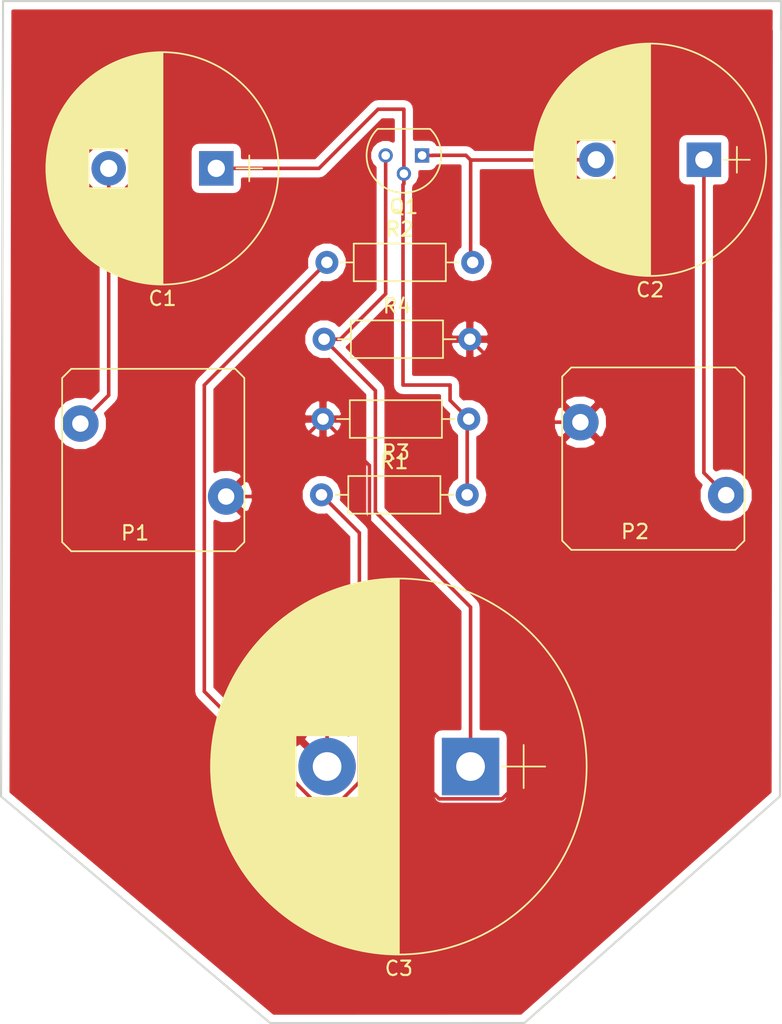
<source format=kicad_pcb>
(kicad_pcb (version 4) (host pcbnew 4.0.5)

  (general
    (links 14)
    (no_connects 0)
    (area 121.103319 71.842559 175.624561 143.158281)
    (thickness 1.6)
    (drawings 8)
    (tracks 56)
    (zones 0)
    (modules 10)
    (nets 8)
  )

  (page A4)
  (title_block
    (title "One Transistor Amp")
    (date 2017-05-24)
    (rev 1.0)
    (company "Mustafa YILDIZ")
  )

  (layers
    (0 F.Cu signal)
    (31 B.Cu signal)
    (36 B.SilkS user)
    (37 F.SilkS user)
    (38 B.Mask user)
    (39 F.Mask user)
    (40 Dwgs.User user)
    (41 Cmts.User user)
    (42 Eco1.User user)
    (43 Eco2.User user)
    (44 Edge.Cuts user)
  )

  (setup
    (last_trace_width 0.25)
    (trace_clearance 0.125)
    (zone_clearance 0.508)
    (zone_45_only no)
    (trace_min 0.2)
    (segment_width 0.2)
    (edge_width 0.15)
    (via_size 0.6)
    (via_drill 0.4)
    (via_min_size 0.4)
    (via_min_drill 0.3)
    (uvia_size 0.3)
    (uvia_drill 0.1)
    (uvias_allowed no)
    (uvia_min_size 0.2)
    (uvia_min_drill 0.1)
    (pcb_text_width 0.3)
    (pcb_text_size 1.5 1.5)
    (mod_edge_width 0.15)
    (mod_text_size 1 1)
    (mod_text_width 0.15)
    (pad_size 1.524 1.524)
    (pad_drill 0.762)
    (pad_to_mask_clearance 0.2)
    (aux_axis_origin 0 0)
    (visible_elements FFFFFF7F)
    (pcbplotparams
      (layerselection 0x010f0_80000001)
      (usegerberextensions false)
      (excludeedgelayer true)
      (linewidth 0.100000)
      (plotframeref false)
      (viasonmask false)
      (mode 1)
      (useauxorigin false)
      (hpglpennumber 1)
      (hpglpenspeed 20)
      (hpglpendiameter 15)
      (hpglpenoverlay 2)
      (psnegative false)
      (psa4output false)
      (plotreference true)
      (plotvalue false)
      (plotinvisibletext false)
      (padsonsilk false)
      (subtractmaskfromsilk false)
      (outputformat 1)
      (mirror false)
      (drillshape 0)
      (scaleselection 1)
      (outputdirectory ""))
  )

  (net 0 "")
  (net 1 "Net-(C1-Pad1)")
  (net 2 "Net-(C1-Pad2)")
  (net 3 "Net-(C2-Pad1)")
  (net 4 "Net-(C2-Pad2)")
  (net 5 "Net-(C3-Pad1)")
  (net 6 GND)
  (net 7 +12V)

  (net_class Default "This is the default net class."
    (clearance 0.125)
    (trace_width 0.25)
    (via_dia 0.6)
    (via_drill 0.4)
    (uvia_dia 0.3)
    (uvia_drill 0.1)
    (add_net +12V)
    (add_net GND)
    (add_net "Net-(C1-Pad1)")
    (add_net "Net-(C1-Pad2)")
    (add_net "Net-(C2-Pad1)")
    (add_net "Net-(C2-Pad2)")
    (add_net "Net-(C3-Pad1)")
  )

  (net_class power ""
    (clearance 0.15)
    (trace_width 0.25)
    (via_dia 0.6)
    (via_drill 0.4)
    (uvia_dia 0.3)
    (uvia_drill 0.1)
  )

  (module Capacitors_THT:CP_Radial_D16.0mm_P7.50mm (layer F.Cu) (tedit 5920C255) (tstamp 5925F38E)
    (at 136.17956 83.566 180)
    (descr "CP, Radial series, Radial, pin pitch=7.50mm, , diameter=16mm, Electrolytic Capacitor")
    (tags "CP Radial series Radial pin pitch 7.50mm  diameter 16mm Electrolytic Capacitor")
    (path /5925C6A8)
    (fp_text reference C1 (at 3.75 -9.06 180) (layer F.SilkS)
      (effects (font (size 1 1) (thickness 0.15)))
    )
    (fp_text value 20uF (at 3.75 9.06 180) (layer F.Fab)
      (effects (font (size 1 1) (thickness 0.15)))
    )
    (fp_text user %R (at 3.75 0 180) (layer F.Fab)
      (effects (font (size 1 1) (thickness 0.15)))
    )
    (fp_line (start -3.2 0) (end -1.4 0) (layer F.Fab) (width 0.1))
    (fp_line (start -2.3 -0.9) (end -2.3 0.9) (layer F.Fab) (width 0.1))
    (fp_line (start 3.75 -8.051) (end 3.75 8.051) (layer F.SilkS) (width 0.12))
    (fp_line (start 3.79 -8.05) (end 3.79 8.05) (layer F.SilkS) (width 0.12))
    (fp_line (start 3.83 -8.05) (end 3.83 8.05) (layer F.SilkS) (width 0.12))
    (fp_line (start 3.87 -8.05) (end 3.87 8.05) (layer F.SilkS) (width 0.12))
    (fp_line (start 3.91 -8.049) (end 3.91 8.049) (layer F.SilkS) (width 0.12))
    (fp_line (start 3.95 -8.048) (end 3.95 8.048) (layer F.SilkS) (width 0.12))
    (fp_line (start 3.99 -8.047) (end 3.99 8.047) (layer F.SilkS) (width 0.12))
    (fp_line (start 4.03 -8.046) (end 4.03 8.046) (layer F.SilkS) (width 0.12))
    (fp_line (start 4.07 -8.044) (end 4.07 8.044) (layer F.SilkS) (width 0.12))
    (fp_line (start 4.11 -8.042) (end 4.11 8.042) (layer F.SilkS) (width 0.12))
    (fp_line (start 4.15 -8.041) (end 4.15 8.041) (layer F.SilkS) (width 0.12))
    (fp_line (start 4.19 -8.039) (end 4.19 8.039) (layer F.SilkS) (width 0.12))
    (fp_line (start 4.23 -8.036) (end 4.23 8.036) (layer F.SilkS) (width 0.12))
    (fp_line (start 4.27 -8.034) (end 4.27 8.034) (layer F.SilkS) (width 0.12))
    (fp_line (start 4.31 -8.031) (end 4.31 8.031) (layer F.SilkS) (width 0.12))
    (fp_line (start 4.35 -8.028) (end 4.35 8.028) (layer F.SilkS) (width 0.12))
    (fp_line (start 4.39 -8.025) (end 4.39 8.025) (layer F.SilkS) (width 0.12))
    (fp_line (start 4.43 -8.022) (end 4.43 8.022) (layer F.SilkS) (width 0.12))
    (fp_line (start 4.471 -8.018) (end 4.471 8.018) (layer F.SilkS) (width 0.12))
    (fp_line (start 4.511 -8.015) (end 4.511 8.015) (layer F.SilkS) (width 0.12))
    (fp_line (start 4.551 -8.011) (end 4.551 8.011) (layer F.SilkS) (width 0.12))
    (fp_line (start 4.591 -8.007) (end 4.591 8.007) (layer F.SilkS) (width 0.12))
    (fp_line (start 4.631 -8.002) (end 4.631 8.002) (layer F.SilkS) (width 0.12))
    (fp_line (start 4.671 -7.998) (end 4.671 7.998) (layer F.SilkS) (width 0.12))
    (fp_line (start 4.711 -7.993) (end 4.711 7.993) (layer F.SilkS) (width 0.12))
    (fp_line (start 4.751 -7.988) (end 4.751 7.988) (layer F.SilkS) (width 0.12))
    (fp_line (start 4.791 -7.983) (end 4.791 7.983) (layer F.SilkS) (width 0.12))
    (fp_line (start 4.831 -7.978) (end 4.831 7.978) (layer F.SilkS) (width 0.12))
    (fp_line (start 4.871 -7.973) (end 4.871 7.973) (layer F.SilkS) (width 0.12))
    (fp_line (start 4.911 -7.967) (end 4.911 7.967) (layer F.SilkS) (width 0.12))
    (fp_line (start 4.951 -7.961) (end 4.951 7.961) (layer F.SilkS) (width 0.12))
    (fp_line (start 4.991 -7.955) (end 4.991 7.955) (layer F.SilkS) (width 0.12))
    (fp_line (start 5.031 -7.949) (end 5.031 7.949) (layer F.SilkS) (width 0.12))
    (fp_line (start 5.071 -7.942) (end 5.071 7.942) (layer F.SilkS) (width 0.12))
    (fp_line (start 5.111 -7.935) (end 5.111 7.935) (layer F.SilkS) (width 0.12))
    (fp_line (start 5.151 -7.928) (end 5.151 7.928) (layer F.SilkS) (width 0.12))
    (fp_line (start 5.191 -7.921) (end 5.191 7.921) (layer F.SilkS) (width 0.12))
    (fp_line (start 5.231 -7.914) (end 5.231 7.914) (layer F.SilkS) (width 0.12))
    (fp_line (start 5.271 -7.906) (end 5.271 7.906) (layer F.SilkS) (width 0.12))
    (fp_line (start 5.311 -7.899) (end 5.311 7.899) (layer F.SilkS) (width 0.12))
    (fp_line (start 5.351 -7.891) (end 5.351 7.891) (layer F.SilkS) (width 0.12))
    (fp_line (start 5.391 -7.883) (end 5.391 7.883) (layer F.SilkS) (width 0.12))
    (fp_line (start 5.431 -7.874) (end 5.431 7.874) (layer F.SilkS) (width 0.12))
    (fp_line (start 5.471 -7.866) (end 5.471 7.866) (layer F.SilkS) (width 0.12))
    (fp_line (start 5.511 -7.857) (end 5.511 7.857) (layer F.SilkS) (width 0.12))
    (fp_line (start 5.551 -7.848) (end 5.551 7.848) (layer F.SilkS) (width 0.12))
    (fp_line (start 5.591 -7.838) (end 5.591 7.838) (layer F.SilkS) (width 0.12))
    (fp_line (start 5.631 -7.829) (end 5.631 7.829) (layer F.SilkS) (width 0.12))
    (fp_line (start 5.671 -7.819) (end 5.671 7.819) (layer F.SilkS) (width 0.12))
    (fp_line (start 5.711 -7.809) (end 5.711 7.809) (layer F.SilkS) (width 0.12))
    (fp_line (start 5.751 -7.799) (end 5.751 7.799) (layer F.SilkS) (width 0.12))
    (fp_line (start 5.791 -7.789) (end 5.791 7.789) (layer F.SilkS) (width 0.12))
    (fp_line (start 5.831 -7.779) (end 5.831 7.779) (layer F.SilkS) (width 0.12))
    (fp_line (start 5.871 -7.768) (end 5.871 7.768) (layer F.SilkS) (width 0.12))
    (fp_line (start 5.911 -7.757) (end 5.911 7.757) (layer F.SilkS) (width 0.12))
    (fp_line (start 5.951 -7.746) (end 5.951 7.746) (layer F.SilkS) (width 0.12))
    (fp_line (start 5.991 -7.734) (end 5.991 7.734) (layer F.SilkS) (width 0.12))
    (fp_line (start 6.031 -7.723) (end 6.031 7.723) (layer F.SilkS) (width 0.12))
    (fp_line (start 6.071 -7.711) (end 6.071 7.711) (layer F.SilkS) (width 0.12))
    (fp_line (start 6.111 -7.699) (end 6.111 7.699) (layer F.SilkS) (width 0.12))
    (fp_line (start 6.151 -7.686) (end 6.151 -1.38) (layer F.SilkS) (width 0.12))
    (fp_line (start 6.151 1.38) (end 6.151 7.686) (layer F.SilkS) (width 0.12))
    (fp_line (start 6.191 -7.674) (end 6.191 -1.38) (layer F.SilkS) (width 0.12))
    (fp_line (start 6.191 1.38) (end 6.191 7.674) (layer F.SilkS) (width 0.12))
    (fp_line (start 6.231 -7.661) (end 6.231 -1.38) (layer F.SilkS) (width 0.12))
    (fp_line (start 6.231 1.38) (end 6.231 7.661) (layer F.SilkS) (width 0.12))
    (fp_line (start 6.271 -7.648) (end 6.271 -1.38) (layer F.SilkS) (width 0.12))
    (fp_line (start 6.271 1.38) (end 6.271 7.648) (layer F.SilkS) (width 0.12))
    (fp_line (start 6.311 -7.635) (end 6.311 -1.38) (layer F.SilkS) (width 0.12))
    (fp_line (start 6.311 1.38) (end 6.311 7.635) (layer F.SilkS) (width 0.12))
    (fp_line (start 6.351 -7.621) (end 6.351 -1.38) (layer F.SilkS) (width 0.12))
    (fp_line (start 6.351 1.38) (end 6.351 7.621) (layer F.SilkS) (width 0.12))
    (fp_line (start 6.391 -7.608) (end 6.391 -1.38) (layer F.SilkS) (width 0.12))
    (fp_line (start 6.391 1.38) (end 6.391 7.608) (layer F.SilkS) (width 0.12))
    (fp_line (start 6.431 -7.594) (end 6.431 -1.38) (layer F.SilkS) (width 0.12))
    (fp_line (start 6.431 1.38) (end 6.431 7.594) (layer F.SilkS) (width 0.12))
    (fp_line (start 6.471 -7.58) (end 6.471 -1.38) (layer F.SilkS) (width 0.12))
    (fp_line (start 6.471 1.38) (end 6.471 7.58) (layer F.SilkS) (width 0.12))
    (fp_line (start 6.511 -7.565) (end 6.511 -1.38) (layer F.SilkS) (width 0.12))
    (fp_line (start 6.511 1.38) (end 6.511 7.565) (layer F.SilkS) (width 0.12))
    (fp_line (start 6.551 -7.55) (end 6.551 -1.38) (layer F.SilkS) (width 0.12))
    (fp_line (start 6.551 1.38) (end 6.551 7.55) (layer F.SilkS) (width 0.12))
    (fp_line (start 6.591 -7.536) (end 6.591 -1.38) (layer F.SilkS) (width 0.12))
    (fp_line (start 6.591 1.38) (end 6.591 7.536) (layer F.SilkS) (width 0.12))
    (fp_line (start 6.631 -7.521) (end 6.631 -1.38) (layer F.SilkS) (width 0.12))
    (fp_line (start 6.631 1.38) (end 6.631 7.521) (layer F.SilkS) (width 0.12))
    (fp_line (start 6.671 -7.505) (end 6.671 -1.38) (layer F.SilkS) (width 0.12))
    (fp_line (start 6.671 1.38) (end 6.671 7.505) (layer F.SilkS) (width 0.12))
    (fp_line (start 6.711 -7.49) (end 6.711 -1.38) (layer F.SilkS) (width 0.12))
    (fp_line (start 6.711 1.38) (end 6.711 7.49) (layer F.SilkS) (width 0.12))
    (fp_line (start 6.751 -7.474) (end 6.751 -1.38) (layer F.SilkS) (width 0.12))
    (fp_line (start 6.751 1.38) (end 6.751 7.474) (layer F.SilkS) (width 0.12))
    (fp_line (start 6.791 -7.458) (end 6.791 -1.38) (layer F.SilkS) (width 0.12))
    (fp_line (start 6.791 1.38) (end 6.791 7.458) (layer F.SilkS) (width 0.12))
    (fp_line (start 6.831 -7.441) (end 6.831 -1.38) (layer F.SilkS) (width 0.12))
    (fp_line (start 6.831 1.38) (end 6.831 7.441) (layer F.SilkS) (width 0.12))
    (fp_line (start 6.871 -7.425) (end 6.871 -1.38) (layer F.SilkS) (width 0.12))
    (fp_line (start 6.871 1.38) (end 6.871 7.425) (layer F.SilkS) (width 0.12))
    (fp_line (start 6.911 -7.408) (end 6.911 -1.38) (layer F.SilkS) (width 0.12))
    (fp_line (start 6.911 1.38) (end 6.911 7.408) (layer F.SilkS) (width 0.12))
    (fp_line (start 6.951 -7.391) (end 6.951 -1.38) (layer F.SilkS) (width 0.12))
    (fp_line (start 6.951 1.38) (end 6.951 7.391) (layer F.SilkS) (width 0.12))
    (fp_line (start 6.991 -7.373) (end 6.991 -1.38) (layer F.SilkS) (width 0.12))
    (fp_line (start 6.991 1.38) (end 6.991 7.373) (layer F.SilkS) (width 0.12))
    (fp_line (start 7.031 -7.356) (end 7.031 -1.38) (layer F.SilkS) (width 0.12))
    (fp_line (start 7.031 1.38) (end 7.031 7.356) (layer F.SilkS) (width 0.12))
    (fp_line (start 7.071 -7.338) (end 7.071 -1.38) (layer F.SilkS) (width 0.12))
    (fp_line (start 7.071 1.38) (end 7.071 7.338) (layer F.SilkS) (width 0.12))
    (fp_line (start 7.111 -7.32) (end 7.111 -1.38) (layer F.SilkS) (width 0.12))
    (fp_line (start 7.111 1.38) (end 7.111 7.32) (layer F.SilkS) (width 0.12))
    (fp_line (start 7.151 -7.301) (end 7.151 -1.38) (layer F.SilkS) (width 0.12))
    (fp_line (start 7.151 1.38) (end 7.151 7.301) (layer F.SilkS) (width 0.12))
    (fp_line (start 7.191 -7.283) (end 7.191 -1.38) (layer F.SilkS) (width 0.12))
    (fp_line (start 7.191 1.38) (end 7.191 7.283) (layer F.SilkS) (width 0.12))
    (fp_line (start 7.231 -7.264) (end 7.231 -1.38) (layer F.SilkS) (width 0.12))
    (fp_line (start 7.231 1.38) (end 7.231 7.264) (layer F.SilkS) (width 0.12))
    (fp_line (start 7.271 -7.245) (end 7.271 -1.38) (layer F.SilkS) (width 0.12))
    (fp_line (start 7.271 1.38) (end 7.271 7.245) (layer F.SilkS) (width 0.12))
    (fp_line (start 7.311 -7.225) (end 7.311 -1.38) (layer F.SilkS) (width 0.12))
    (fp_line (start 7.311 1.38) (end 7.311 7.225) (layer F.SilkS) (width 0.12))
    (fp_line (start 7.351 -7.205) (end 7.351 -1.38) (layer F.SilkS) (width 0.12))
    (fp_line (start 7.351 1.38) (end 7.351 7.205) (layer F.SilkS) (width 0.12))
    (fp_line (start 7.391 -7.185) (end 7.391 -1.38) (layer F.SilkS) (width 0.12))
    (fp_line (start 7.391 1.38) (end 7.391 7.185) (layer F.SilkS) (width 0.12))
    (fp_line (start 7.431 -7.165) (end 7.431 -1.38) (layer F.SilkS) (width 0.12))
    (fp_line (start 7.431 1.38) (end 7.431 7.165) (layer F.SilkS) (width 0.12))
    (fp_line (start 7.471 -7.144) (end 7.471 -1.38) (layer F.SilkS) (width 0.12))
    (fp_line (start 7.471 1.38) (end 7.471 7.144) (layer F.SilkS) (width 0.12))
    (fp_line (start 7.511 -7.124) (end 7.511 -1.38) (layer F.SilkS) (width 0.12))
    (fp_line (start 7.511 1.38) (end 7.511 7.124) (layer F.SilkS) (width 0.12))
    (fp_line (start 7.551 -7.102) (end 7.551 -1.38) (layer F.SilkS) (width 0.12))
    (fp_line (start 7.551 1.38) (end 7.551 7.102) (layer F.SilkS) (width 0.12))
    (fp_line (start 7.591 -7.081) (end 7.591 -1.38) (layer F.SilkS) (width 0.12))
    (fp_line (start 7.591 1.38) (end 7.591 7.081) (layer F.SilkS) (width 0.12))
    (fp_line (start 7.631 -7.059) (end 7.631 -1.38) (layer F.SilkS) (width 0.12))
    (fp_line (start 7.631 1.38) (end 7.631 7.059) (layer F.SilkS) (width 0.12))
    (fp_line (start 7.671 -7.037) (end 7.671 -1.38) (layer F.SilkS) (width 0.12))
    (fp_line (start 7.671 1.38) (end 7.671 7.037) (layer F.SilkS) (width 0.12))
    (fp_line (start 7.711 -7.015) (end 7.711 -1.38) (layer F.SilkS) (width 0.12))
    (fp_line (start 7.711 1.38) (end 7.711 7.015) (layer F.SilkS) (width 0.12))
    (fp_line (start 7.751 -6.992) (end 7.751 -1.38) (layer F.SilkS) (width 0.12))
    (fp_line (start 7.751 1.38) (end 7.751 6.992) (layer F.SilkS) (width 0.12))
    (fp_line (start 7.791 -6.97) (end 7.791 -1.38) (layer F.SilkS) (width 0.12))
    (fp_line (start 7.791 1.38) (end 7.791 6.97) (layer F.SilkS) (width 0.12))
    (fp_line (start 7.831 -6.946) (end 7.831 -1.38) (layer F.SilkS) (width 0.12))
    (fp_line (start 7.831 1.38) (end 7.831 6.946) (layer F.SilkS) (width 0.12))
    (fp_line (start 7.871 -6.923) (end 7.871 -1.38) (layer F.SilkS) (width 0.12))
    (fp_line (start 7.871 1.38) (end 7.871 6.923) (layer F.SilkS) (width 0.12))
    (fp_line (start 7.911 -6.899) (end 7.911 -1.38) (layer F.SilkS) (width 0.12))
    (fp_line (start 7.911 1.38) (end 7.911 6.899) (layer F.SilkS) (width 0.12))
    (fp_line (start 7.951 -6.875) (end 7.951 -1.38) (layer F.SilkS) (width 0.12))
    (fp_line (start 7.951 1.38) (end 7.951 6.875) (layer F.SilkS) (width 0.12))
    (fp_line (start 7.991 -6.85) (end 7.991 -1.38) (layer F.SilkS) (width 0.12))
    (fp_line (start 7.991 1.38) (end 7.991 6.85) (layer F.SilkS) (width 0.12))
    (fp_line (start 8.031 -6.826) (end 8.031 -1.38) (layer F.SilkS) (width 0.12))
    (fp_line (start 8.031 1.38) (end 8.031 6.826) (layer F.SilkS) (width 0.12))
    (fp_line (start 8.071 -6.801) (end 8.071 -1.38) (layer F.SilkS) (width 0.12))
    (fp_line (start 8.071 1.38) (end 8.071 6.801) (layer F.SilkS) (width 0.12))
    (fp_line (start 8.111 -6.775) (end 8.111 -1.38) (layer F.SilkS) (width 0.12))
    (fp_line (start 8.111 1.38) (end 8.111 6.775) (layer F.SilkS) (width 0.12))
    (fp_line (start 8.151 -6.749) (end 8.151 -1.38) (layer F.SilkS) (width 0.12))
    (fp_line (start 8.151 1.38) (end 8.151 6.749) (layer F.SilkS) (width 0.12))
    (fp_line (start 8.191 -6.723) (end 8.191 -1.38) (layer F.SilkS) (width 0.12))
    (fp_line (start 8.191 1.38) (end 8.191 6.723) (layer F.SilkS) (width 0.12))
    (fp_line (start 8.231 -6.697) (end 8.231 -1.38) (layer F.SilkS) (width 0.12))
    (fp_line (start 8.231 1.38) (end 8.231 6.697) (layer F.SilkS) (width 0.12))
    (fp_line (start 8.271 -6.67) (end 8.271 -1.38) (layer F.SilkS) (width 0.12))
    (fp_line (start 8.271 1.38) (end 8.271 6.67) (layer F.SilkS) (width 0.12))
    (fp_line (start 8.311 -6.643) (end 8.311 -1.38) (layer F.SilkS) (width 0.12))
    (fp_line (start 8.311 1.38) (end 8.311 6.643) (layer F.SilkS) (width 0.12))
    (fp_line (start 8.351 -6.615) (end 8.351 -1.38) (layer F.SilkS) (width 0.12))
    (fp_line (start 8.351 1.38) (end 8.351 6.615) (layer F.SilkS) (width 0.12))
    (fp_line (start 8.391 -6.588) (end 8.391 -1.38) (layer F.SilkS) (width 0.12))
    (fp_line (start 8.391 1.38) (end 8.391 6.588) (layer F.SilkS) (width 0.12))
    (fp_line (start 8.431 -6.559) (end 8.431 -1.38) (layer F.SilkS) (width 0.12))
    (fp_line (start 8.431 1.38) (end 8.431 6.559) (layer F.SilkS) (width 0.12))
    (fp_line (start 8.471 -6.531) (end 8.471 -1.38) (layer F.SilkS) (width 0.12))
    (fp_line (start 8.471 1.38) (end 8.471 6.531) (layer F.SilkS) (width 0.12))
    (fp_line (start 8.511 -6.502) (end 8.511 -1.38) (layer F.SilkS) (width 0.12))
    (fp_line (start 8.511 1.38) (end 8.511 6.502) (layer F.SilkS) (width 0.12))
    (fp_line (start 8.551 -6.473) (end 8.551 -1.38) (layer F.SilkS) (width 0.12))
    (fp_line (start 8.551 1.38) (end 8.551 6.473) (layer F.SilkS) (width 0.12))
    (fp_line (start 8.591 -6.443) (end 8.591 -1.38) (layer F.SilkS) (width 0.12))
    (fp_line (start 8.591 1.38) (end 8.591 6.443) (layer F.SilkS) (width 0.12))
    (fp_line (start 8.631 -6.413) (end 8.631 -1.38) (layer F.SilkS) (width 0.12))
    (fp_line (start 8.631 1.38) (end 8.631 6.413) (layer F.SilkS) (width 0.12))
    (fp_line (start 8.671 -6.382) (end 8.671 -1.38) (layer F.SilkS) (width 0.12))
    (fp_line (start 8.671 1.38) (end 8.671 6.382) (layer F.SilkS) (width 0.12))
    (fp_line (start 8.711 -6.352) (end 8.711 -1.38) (layer F.SilkS) (width 0.12))
    (fp_line (start 8.711 1.38) (end 8.711 6.352) (layer F.SilkS) (width 0.12))
    (fp_line (start 8.751 -6.32) (end 8.751 -1.38) (layer F.SilkS) (width 0.12))
    (fp_line (start 8.751 1.38) (end 8.751 6.32) (layer F.SilkS) (width 0.12))
    (fp_line (start 8.791 -6.289) (end 8.791 -1.38) (layer F.SilkS) (width 0.12))
    (fp_line (start 8.791 1.38) (end 8.791 6.289) (layer F.SilkS) (width 0.12))
    (fp_line (start 8.831 -6.257) (end 8.831 -1.38) (layer F.SilkS) (width 0.12))
    (fp_line (start 8.831 1.38) (end 8.831 6.257) (layer F.SilkS) (width 0.12))
    (fp_line (start 8.871 -6.224) (end 8.871 -1.38) (layer F.SilkS) (width 0.12))
    (fp_line (start 8.871 1.38) (end 8.871 6.224) (layer F.SilkS) (width 0.12))
    (fp_line (start 8.911 -6.191) (end 8.911 6.191) (layer F.SilkS) (width 0.12))
    (fp_line (start 8.951 -6.158) (end 8.951 6.158) (layer F.SilkS) (width 0.12))
    (fp_line (start 8.991 -6.124) (end 8.991 6.124) (layer F.SilkS) (width 0.12))
    (fp_line (start 9.031 -6.09) (end 9.031 6.09) (layer F.SilkS) (width 0.12))
    (fp_line (start 9.071 -6.055) (end 9.071 6.055) (layer F.SilkS) (width 0.12))
    (fp_line (start 9.111 -6.02) (end 9.111 6.02) (layer F.SilkS) (width 0.12))
    (fp_line (start 9.151 -5.984) (end 9.151 5.984) (layer F.SilkS) (width 0.12))
    (fp_line (start 9.191 -5.948) (end 9.191 5.948) (layer F.SilkS) (width 0.12))
    (fp_line (start 9.231 -5.912) (end 9.231 5.912) (layer F.SilkS) (width 0.12))
    (fp_line (start 9.271 -5.875) (end 9.271 5.875) (layer F.SilkS) (width 0.12))
    (fp_line (start 9.311 -5.837) (end 9.311 5.837) (layer F.SilkS) (width 0.12))
    (fp_line (start 9.351 -5.799) (end 9.351 5.799) (layer F.SilkS) (width 0.12))
    (fp_line (start 9.391 -5.76) (end 9.391 5.76) (layer F.SilkS) (width 0.12))
    (fp_line (start 9.431 -5.721) (end 9.431 5.721) (layer F.SilkS) (width 0.12))
    (fp_line (start 9.471 -5.681) (end 9.471 5.681) (layer F.SilkS) (width 0.12))
    (fp_line (start 9.511 -5.641) (end 9.511 5.641) (layer F.SilkS) (width 0.12))
    (fp_line (start 9.551 -5.6) (end 9.551 5.6) (layer F.SilkS) (width 0.12))
    (fp_line (start 9.591 -5.559) (end 9.591 5.559) (layer F.SilkS) (width 0.12))
    (fp_line (start 9.631 -5.517) (end 9.631 5.517) (layer F.SilkS) (width 0.12))
    (fp_line (start 9.671 -5.474) (end 9.671 5.474) (layer F.SilkS) (width 0.12))
    (fp_line (start 9.711 -5.431) (end 9.711 5.431) (layer F.SilkS) (width 0.12))
    (fp_line (start 9.751 -5.387) (end 9.751 5.387) (layer F.SilkS) (width 0.12))
    (fp_line (start 9.791 -5.343) (end 9.791 5.343) (layer F.SilkS) (width 0.12))
    (fp_line (start 9.831 -5.297) (end 9.831 5.297) (layer F.SilkS) (width 0.12))
    (fp_line (start 9.871 -5.251) (end 9.871 5.251) (layer F.SilkS) (width 0.12))
    (fp_line (start 9.911 -5.205) (end 9.911 5.205) (layer F.SilkS) (width 0.12))
    (fp_line (start 9.951 -5.157) (end 9.951 5.157) (layer F.SilkS) (width 0.12))
    (fp_line (start 9.991 -5.109) (end 9.991 5.109) (layer F.SilkS) (width 0.12))
    (fp_line (start 10.031 -5.06) (end 10.031 5.06) (layer F.SilkS) (width 0.12))
    (fp_line (start 10.071 -5.011) (end 10.071 5.011) (layer F.SilkS) (width 0.12))
    (fp_line (start 10.111 -4.96) (end 10.111 4.96) (layer F.SilkS) (width 0.12))
    (fp_line (start 10.151 -4.909) (end 10.151 4.909) (layer F.SilkS) (width 0.12))
    (fp_line (start 10.191 -4.857) (end 10.191 4.857) (layer F.SilkS) (width 0.12))
    (fp_line (start 10.231 -4.804) (end 10.231 4.804) (layer F.SilkS) (width 0.12))
    (fp_line (start 10.271 -4.75) (end 10.271 4.75) (layer F.SilkS) (width 0.12))
    (fp_line (start 10.311 -4.695) (end 10.311 4.695) (layer F.SilkS) (width 0.12))
    (fp_line (start 10.351 -4.639) (end 10.351 4.639) (layer F.SilkS) (width 0.12))
    (fp_line (start 10.391 -4.582) (end 10.391 4.582) (layer F.SilkS) (width 0.12))
    (fp_line (start 10.431 -4.524) (end 10.431 4.524) (layer F.SilkS) (width 0.12))
    (fp_line (start 10.471 -4.465) (end 10.471 4.465) (layer F.SilkS) (width 0.12))
    (fp_line (start 10.511 -4.405) (end 10.511 4.405) (layer F.SilkS) (width 0.12))
    (fp_line (start 10.551 -4.343) (end 10.551 4.343) (layer F.SilkS) (width 0.12))
    (fp_line (start 10.591 -4.281) (end 10.591 4.281) (layer F.SilkS) (width 0.12))
    (fp_line (start 10.631 -4.217) (end 10.631 4.217) (layer F.SilkS) (width 0.12))
    (fp_line (start 10.671 -4.151) (end 10.671 4.151) (layer F.SilkS) (width 0.12))
    (fp_line (start 10.711 -4.084) (end 10.711 4.084) (layer F.SilkS) (width 0.12))
    (fp_line (start 10.751 -4.016) (end 10.751 4.016) (layer F.SilkS) (width 0.12))
    (fp_line (start 10.791 -3.946) (end 10.791 3.946) (layer F.SilkS) (width 0.12))
    (fp_line (start 10.831 -3.875) (end 10.831 3.875) (layer F.SilkS) (width 0.12))
    (fp_line (start 10.871 -3.802) (end 10.871 3.802) (layer F.SilkS) (width 0.12))
    (fp_line (start 10.911 -3.726) (end 10.911 3.726) (layer F.SilkS) (width 0.12))
    (fp_line (start 10.951 -3.649) (end 10.951 3.649) (layer F.SilkS) (width 0.12))
    (fp_line (start 10.991 -3.57) (end 10.991 3.57) (layer F.SilkS) (width 0.12))
    (fp_line (start 11.031 -3.489) (end 11.031 3.489) (layer F.SilkS) (width 0.12))
    (fp_line (start 11.071 -3.405) (end 11.071 3.405) (layer F.SilkS) (width 0.12))
    (fp_line (start 11.111 -3.319) (end 11.111 3.319) (layer F.SilkS) (width 0.12))
    (fp_line (start 11.151 -3.23) (end 11.151 3.23) (layer F.SilkS) (width 0.12))
    (fp_line (start 11.191 -3.138) (end 11.191 3.138) (layer F.SilkS) (width 0.12))
    (fp_line (start 11.231 -3.042) (end 11.231 3.042) (layer F.SilkS) (width 0.12))
    (fp_line (start 11.271 -2.943) (end 11.271 2.943) (layer F.SilkS) (width 0.12))
    (fp_line (start 11.311 -2.841) (end 11.311 2.841) (layer F.SilkS) (width 0.12))
    (fp_line (start 11.351 -2.733) (end 11.351 2.733) (layer F.SilkS) (width 0.12))
    (fp_line (start 11.391 -2.621) (end 11.391 2.621) (layer F.SilkS) (width 0.12))
    (fp_line (start 11.431 -2.503) (end 11.431 2.503) (layer F.SilkS) (width 0.12))
    (fp_line (start 11.471 -2.379) (end 11.471 2.379) (layer F.SilkS) (width 0.12))
    (fp_line (start 11.511 -2.248) (end 11.511 2.248) (layer F.SilkS) (width 0.12))
    (fp_line (start 11.551 -2.107) (end 11.551 2.107) (layer F.SilkS) (width 0.12))
    (fp_line (start 11.591 -1.956) (end 11.591 1.956) (layer F.SilkS) (width 0.12))
    (fp_line (start 11.631 -1.792) (end 11.631 1.792) (layer F.SilkS) (width 0.12))
    (fp_line (start 11.671 -1.61) (end 11.671 1.61) (layer F.SilkS) (width 0.12))
    (fp_line (start 11.711 -1.405) (end 11.711 1.405) (layer F.SilkS) (width 0.12))
    (fp_line (start 11.751 -1.164) (end 11.751 1.164) (layer F.SilkS) (width 0.12))
    (fp_line (start 11.791 -0.859) (end 11.791 0.859) (layer F.SilkS) (width 0.12))
    (fp_line (start 11.831 -0.363) (end 11.831 0.363) (layer F.SilkS) (width 0.12))
    (fp_line (start -3.2 0) (end -1.4 0) (layer F.SilkS) (width 0.12))
    (fp_line (start -2.3 -0.9) (end -2.3 0.9) (layer F.SilkS) (width 0.12))
    (fp_line (start -4.6 -8.35) (end -4.6 8.35) (layer F.CrtYd) (width 0.05))
    (fp_line (start -4.6 8.35) (end 12.1 8.35) (layer F.CrtYd) (width 0.05))
    (fp_line (start 12.1 8.35) (end 12.1 -8.35) (layer F.CrtYd) (width 0.05))
    (fp_line (start 12.1 -8.35) (end -4.6 -8.35) (layer F.CrtYd) (width 0.05))
    (fp_circle (center 3.75 0) (end 11.75 0) (layer F.Fab) (width 0.1))
    (fp_circle (center 3.75 0) (end 11.84 0) (layer F.SilkS) (width 0.12))
    (pad 1 thru_hole rect (at 0 0 180) (size 2.4 2.4) (drill 1.2) (layers *.Cu *.Mask)
      (net 1 "Net-(C1-Pad1)"))
    (pad 2 thru_hole circle (at 7.5 0 180) (size 2.4 2.4) (drill 1.2) (layers *.Cu *.Mask)
      (net 2 "Net-(C1-Pad2)"))
    (model ${KISYS3DMOD}/Capacitors_THT.3dshapes/CP_Radial_D16.0mm_P7.50mm.wrl
      (at (xyz 0 0 0))
      (scale (xyz 0.393701 0.393701 0.393701))
      (rotate (xyz 0 0 0))
    )
  )

  (module Capacitors_THT:CP_Radial_D16.0mm_P7.50mm (layer F.Cu) (tedit 5920C255) (tstamp 5925F4AF)
    (at 170.16668 82.96656 180)
    (descr "CP, Radial series, Radial, pin pitch=7.50mm, , diameter=16mm, Electrolytic Capacitor")
    (tags "CP Radial series Radial pin pitch 7.50mm  diameter 16mm Electrolytic Capacitor")
    (path /5925C6F7)
    (fp_text reference C2 (at 3.75 -9.06 180) (layer F.SilkS)
      (effects (font (size 1 1) (thickness 0.15)))
    )
    (fp_text value 20uF (at 3.75 9.06 180) (layer F.Fab)
      (effects (font (size 1 1) (thickness 0.15)))
    )
    (fp_text user %R (at 3.75 0 180) (layer F.Fab)
      (effects (font (size 1 1) (thickness 0.15)))
    )
    (fp_line (start -3.2 0) (end -1.4 0) (layer F.Fab) (width 0.1))
    (fp_line (start -2.3 -0.9) (end -2.3 0.9) (layer F.Fab) (width 0.1))
    (fp_line (start 3.75 -8.051) (end 3.75 8.051) (layer F.SilkS) (width 0.12))
    (fp_line (start 3.79 -8.05) (end 3.79 8.05) (layer F.SilkS) (width 0.12))
    (fp_line (start 3.83 -8.05) (end 3.83 8.05) (layer F.SilkS) (width 0.12))
    (fp_line (start 3.87 -8.05) (end 3.87 8.05) (layer F.SilkS) (width 0.12))
    (fp_line (start 3.91 -8.049) (end 3.91 8.049) (layer F.SilkS) (width 0.12))
    (fp_line (start 3.95 -8.048) (end 3.95 8.048) (layer F.SilkS) (width 0.12))
    (fp_line (start 3.99 -8.047) (end 3.99 8.047) (layer F.SilkS) (width 0.12))
    (fp_line (start 4.03 -8.046) (end 4.03 8.046) (layer F.SilkS) (width 0.12))
    (fp_line (start 4.07 -8.044) (end 4.07 8.044) (layer F.SilkS) (width 0.12))
    (fp_line (start 4.11 -8.042) (end 4.11 8.042) (layer F.SilkS) (width 0.12))
    (fp_line (start 4.15 -8.041) (end 4.15 8.041) (layer F.SilkS) (width 0.12))
    (fp_line (start 4.19 -8.039) (end 4.19 8.039) (layer F.SilkS) (width 0.12))
    (fp_line (start 4.23 -8.036) (end 4.23 8.036) (layer F.SilkS) (width 0.12))
    (fp_line (start 4.27 -8.034) (end 4.27 8.034) (layer F.SilkS) (width 0.12))
    (fp_line (start 4.31 -8.031) (end 4.31 8.031) (layer F.SilkS) (width 0.12))
    (fp_line (start 4.35 -8.028) (end 4.35 8.028) (layer F.SilkS) (width 0.12))
    (fp_line (start 4.39 -8.025) (end 4.39 8.025) (layer F.SilkS) (width 0.12))
    (fp_line (start 4.43 -8.022) (end 4.43 8.022) (layer F.SilkS) (width 0.12))
    (fp_line (start 4.471 -8.018) (end 4.471 8.018) (layer F.SilkS) (width 0.12))
    (fp_line (start 4.511 -8.015) (end 4.511 8.015) (layer F.SilkS) (width 0.12))
    (fp_line (start 4.551 -8.011) (end 4.551 8.011) (layer F.SilkS) (width 0.12))
    (fp_line (start 4.591 -8.007) (end 4.591 8.007) (layer F.SilkS) (width 0.12))
    (fp_line (start 4.631 -8.002) (end 4.631 8.002) (layer F.SilkS) (width 0.12))
    (fp_line (start 4.671 -7.998) (end 4.671 7.998) (layer F.SilkS) (width 0.12))
    (fp_line (start 4.711 -7.993) (end 4.711 7.993) (layer F.SilkS) (width 0.12))
    (fp_line (start 4.751 -7.988) (end 4.751 7.988) (layer F.SilkS) (width 0.12))
    (fp_line (start 4.791 -7.983) (end 4.791 7.983) (layer F.SilkS) (width 0.12))
    (fp_line (start 4.831 -7.978) (end 4.831 7.978) (layer F.SilkS) (width 0.12))
    (fp_line (start 4.871 -7.973) (end 4.871 7.973) (layer F.SilkS) (width 0.12))
    (fp_line (start 4.911 -7.967) (end 4.911 7.967) (layer F.SilkS) (width 0.12))
    (fp_line (start 4.951 -7.961) (end 4.951 7.961) (layer F.SilkS) (width 0.12))
    (fp_line (start 4.991 -7.955) (end 4.991 7.955) (layer F.SilkS) (width 0.12))
    (fp_line (start 5.031 -7.949) (end 5.031 7.949) (layer F.SilkS) (width 0.12))
    (fp_line (start 5.071 -7.942) (end 5.071 7.942) (layer F.SilkS) (width 0.12))
    (fp_line (start 5.111 -7.935) (end 5.111 7.935) (layer F.SilkS) (width 0.12))
    (fp_line (start 5.151 -7.928) (end 5.151 7.928) (layer F.SilkS) (width 0.12))
    (fp_line (start 5.191 -7.921) (end 5.191 7.921) (layer F.SilkS) (width 0.12))
    (fp_line (start 5.231 -7.914) (end 5.231 7.914) (layer F.SilkS) (width 0.12))
    (fp_line (start 5.271 -7.906) (end 5.271 7.906) (layer F.SilkS) (width 0.12))
    (fp_line (start 5.311 -7.899) (end 5.311 7.899) (layer F.SilkS) (width 0.12))
    (fp_line (start 5.351 -7.891) (end 5.351 7.891) (layer F.SilkS) (width 0.12))
    (fp_line (start 5.391 -7.883) (end 5.391 7.883) (layer F.SilkS) (width 0.12))
    (fp_line (start 5.431 -7.874) (end 5.431 7.874) (layer F.SilkS) (width 0.12))
    (fp_line (start 5.471 -7.866) (end 5.471 7.866) (layer F.SilkS) (width 0.12))
    (fp_line (start 5.511 -7.857) (end 5.511 7.857) (layer F.SilkS) (width 0.12))
    (fp_line (start 5.551 -7.848) (end 5.551 7.848) (layer F.SilkS) (width 0.12))
    (fp_line (start 5.591 -7.838) (end 5.591 7.838) (layer F.SilkS) (width 0.12))
    (fp_line (start 5.631 -7.829) (end 5.631 7.829) (layer F.SilkS) (width 0.12))
    (fp_line (start 5.671 -7.819) (end 5.671 7.819) (layer F.SilkS) (width 0.12))
    (fp_line (start 5.711 -7.809) (end 5.711 7.809) (layer F.SilkS) (width 0.12))
    (fp_line (start 5.751 -7.799) (end 5.751 7.799) (layer F.SilkS) (width 0.12))
    (fp_line (start 5.791 -7.789) (end 5.791 7.789) (layer F.SilkS) (width 0.12))
    (fp_line (start 5.831 -7.779) (end 5.831 7.779) (layer F.SilkS) (width 0.12))
    (fp_line (start 5.871 -7.768) (end 5.871 7.768) (layer F.SilkS) (width 0.12))
    (fp_line (start 5.911 -7.757) (end 5.911 7.757) (layer F.SilkS) (width 0.12))
    (fp_line (start 5.951 -7.746) (end 5.951 7.746) (layer F.SilkS) (width 0.12))
    (fp_line (start 5.991 -7.734) (end 5.991 7.734) (layer F.SilkS) (width 0.12))
    (fp_line (start 6.031 -7.723) (end 6.031 7.723) (layer F.SilkS) (width 0.12))
    (fp_line (start 6.071 -7.711) (end 6.071 7.711) (layer F.SilkS) (width 0.12))
    (fp_line (start 6.111 -7.699) (end 6.111 7.699) (layer F.SilkS) (width 0.12))
    (fp_line (start 6.151 -7.686) (end 6.151 -1.38) (layer F.SilkS) (width 0.12))
    (fp_line (start 6.151 1.38) (end 6.151 7.686) (layer F.SilkS) (width 0.12))
    (fp_line (start 6.191 -7.674) (end 6.191 -1.38) (layer F.SilkS) (width 0.12))
    (fp_line (start 6.191 1.38) (end 6.191 7.674) (layer F.SilkS) (width 0.12))
    (fp_line (start 6.231 -7.661) (end 6.231 -1.38) (layer F.SilkS) (width 0.12))
    (fp_line (start 6.231 1.38) (end 6.231 7.661) (layer F.SilkS) (width 0.12))
    (fp_line (start 6.271 -7.648) (end 6.271 -1.38) (layer F.SilkS) (width 0.12))
    (fp_line (start 6.271 1.38) (end 6.271 7.648) (layer F.SilkS) (width 0.12))
    (fp_line (start 6.311 -7.635) (end 6.311 -1.38) (layer F.SilkS) (width 0.12))
    (fp_line (start 6.311 1.38) (end 6.311 7.635) (layer F.SilkS) (width 0.12))
    (fp_line (start 6.351 -7.621) (end 6.351 -1.38) (layer F.SilkS) (width 0.12))
    (fp_line (start 6.351 1.38) (end 6.351 7.621) (layer F.SilkS) (width 0.12))
    (fp_line (start 6.391 -7.608) (end 6.391 -1.38) (layer F.SilkS) (width 0.12))
    (fp_line (start 6.391 1.38) (end 6.391 7.608) (layer F.SilkS) (width 0.12))
    (fp_line (start 6.431 -7.594) (end 6.431 -1.38) (layer F.SilkS) (width 0.12))
    (fp_line (start 6.431 1.38) (end 6.431 7.594) (layer F.SilkS) (width 0.12))
    (fp_line (start 6.471 -7.58) (end 6.471 -1.38) (layer F.SilkS) (width 0.12))
    (fp_line (start 6.471 1.38) (end 6.471 7.58) (layer F.SilkS) (width 0.12))
    (fp_line (start 6.511 -7.565) (end 6.511 -1.38) (layer F.SilkS) (width 0.12))
    (fp_line (start 6.511 1.38) (end 6.511 7.565) (layer F.SilkS) (width 0.12))
    (fp_line (start 6.551 -7.55) (end 6.551 -1.38) (layer F.SilkS) (width 0.12))
    (fp_line (start 6.551 1.38) (end 6.551 7.55) (layer F.SilkS) (width 0.12))
    (fp_line (start 6.591 -7.536) (end 6.591 -1.38) (layer F.SilkS) (width 0.12))
    (fp_line (start 6.591 1.38) (end 6.591 7.536) (layer F.SilkS) (width 0.12))
    (fp_line (start 6.631 -7.521) (end 6.631 -1.38) (layer F.SilkS) (width 0.12))
    (fp_line (start 6.631 1.38) (end 6.631 7.521) (layer F.SilkS) (width 0.12))
    (fp_line (start 6.671 -7.505) (end 6.671 -1.38) (layer F.SilkS) (width 0.12))
    (fp_line (start 6.671 1.38) (end 6.671 7.505) (layer F.SilkS) (width 0.12))
    (fp_line (start 6.711 -7.49) (end 6.711 -1.38) (layer F.SilkS) (width 0.12))
    (fp_line (start 6.711 1.38) (end 6.711 7.49) (layer F.SilkS) (width 0.12))
    (fp_line (start 6.751 -7.474) (end 6.751 -1.38) (layer F.SilkS) (width 0.12))
    (fp_line (start 6.751 1.38) (end 6.751 7.474) (layer F.SilkS) (width 0.12))
    (fp_line (start 6.791 -7.458) (end 6.791 -1.38) (layer F.SilkS) (width 0.12))
    (fp_line (start 6.791 1.38) (end 6.791 7.458) (layer F.SilkS) (width 0.12))
    (fp_line (start 6.831 -7.441) (end 6.831 -1.38) (layer F.SilkS) (width 0.12))
    (fp_line (start 6.831 1.38) (end 6.831 7.441) (layer F.SilkS) (width 0.12))
    (fp_line (start 6.871 -7.425) (end 6.871 -1.38) (layer F.SilkS) (width 0.12))
    (fp_line (start 6.871 1.38) (end 6.871 7.425) (layer F.SilkS) (width 0.12))
    (fp_line (start 6.911 -7.408) (end 6.911 -1.38) (layer F.SilkS) (width 0.12))
    (fp_line (start 6.911 1.38) (end 6.911 7.408) (layer F.SilkS) (width 0.12))
    (fp_line (start 6.951 -7.391) (end 6.951 -1.38) (layer F.SilkS) (width 0.12))
    (fp_line (start 6.951 1.38) (end 6.951 7.391) (layer F.SilkS) (width 0.12))
    (fp_line (start 6.991 -7.373) (end 6.991 -1.38) (layer F.SilkS) (width 0.12))
    (fp_line (start 6.991 1.38) (end 6.991 7.373) (layer F.SilkS) (width 0.12))
    (fp_line (start 7.031 -7.356) (end 7.031 -1.38) (layer F.SilkS) (width 0.12))
    (fp_line (start 7.031 1.38) (end 7.031 7.356) (layer F.SilkS) (width 0.12))
    (fp_line (start 7.071 -7.338) (end 7.071 -1.38) (layer F.SilkS) (width 0.12))
    (fp_line (start 7.071 1.38) (end 7.071 7.338) (layer F.SilkS) (width 0.12))
    (fp_line (start 7.111 -7.32) (end 7.111 -1.38) (layer F.SilkS) (width 0.12))
    (fp_line (start 7.111 1.38) (end 7.111 7.32) (layer F.SilkS) (width 0.12))
    (fp_line (start 7.151 -7.301) (end 7.151 -1.38) (layer F.SilkS) (width 0.12))
    (fp_line (start 7.151 1.38) (end 7.151 7.301) (layer F.SilkS) (width 0.12))
    (fp_line (start 7.191 -7.283) (end 7.191 -1.38) (layer F.SilkS) (width 0.12))
    (fp_line (start 7.191 1.38) (end 7.191 7.283) (layer F.SilkS) (width 0.12))
    (fp_line (start 7.231 -7.264) (end 7.231 -1.38) (layer F.SilkS) (width 0.12))
    (fp_line (start 7.231 1.38) (end 7.231 7.264) (layer F.SilkS) (width 0.12))
    (fp_line (start 7.271 -7.245) (end 7.271 -1.38) (layer F.SilkS) (width 0.12))
    (fp_line (start 7.271 1.38) (end 7.271 7.245) (layer F.SilkS) (width 0.12))
    (fp_line (start 7.311 -7.225) (end 7.311 -1.38) (layer F.SilkS) (width 0.12))
    (fp_line (start 7.311 1.38) (end 7.311 7.225) (layer F.SilkS) (width 0.12))
    (fp_line (start 7.351 -7.205) (end 7.351 -1.38) (layer F.SilkS) (width 0.12))
    (fp_line (start 7.351 1.38) (end 7.351 7.205) (layer F.SilkS) (width 0.12))
    (fp_line (start 7.391 -7.185) (end 7.391 -1.38) (layer F.SilkS) (width 0.12))
    (fp_line (start 7.391 1.38) (end 7.391 7.185) (layer F.SilkS) (width 0.12))
    (fp_line (start 7.431 -7.165) (end 7.431 -1.38) (layer F.SilkS) (width 0.12))
    (fp_line (start 7.431 1.38) (end 7.431 7.165) (layer F.SilkS) (width 0.12))
    (fp_line (start 7.471 -7.144) (end 7.471 -1.38) (layer F.SilkS) (width 0.12))
    (fp_line (start 7.471 1.38) (end 7.471 7.144) (layer F.SilkS) (width 0.12))
    (fp_line (start 7.511 -7.124) (end 7.511 -1.38) (layer F.SilkS) (width 0.12))
    (fp_line (start 7.511 1.38) (end 7.511 7.124) (layer F.SilkS) (width 0.12))
    (fp_line (start 7.551 -7.102) (end 7.551 -1.38) (layer F.SilkS) (width 0.12))
    (fp_line (start 7.551 1.38) (end 7.551 7.102) (layer F.SilkS) (width 0.12))
    (fp_line (start 7.591 -7.081) (end 7.591 -1.38) (layer F.SilkS) (width 0.12))
    (fp_line (start 7.591 1.38) (end 7.591 7.081) (layer F.SilkS) (width 0.12))
    (fp_line (start 7.631 -7.059) (end 7.631 -1.38) (layer F.SilkS) (width 0.12))
    (fp_line (start 7.631 1.38) (end 7.631 7.059) (layer F.SilkS) (width 0.12))
    (fp_line (start 7.671 -7.037) (end 7.671 -1.38) (layer F.SilkS) (width 0.12))
    (fp_line (start 7.671 1.38) (end 7.671 7.037) (layer F.SilkS) (width 0.12))
    (fp_line (start 7.711 -7.015) (end 7.711 -1.38) (layer F.SilkS) (width 0.12))
    (fp_line (start 7.711 1.38) (end 7.711 7.015) (layer F.SilkS) (width 0.12))
    (fp_line (start 7.751 -6.992) (end 7.751 -1.38) (layer F.SilkS) (width 0.12))
    (fp_line (start 7.751 1.38) (end 7.751 6.992) (layer F.SilkS) (width 0.12))
    (fp_line (start 7.791 -6.97) (end 7.791 -1.38) (layer F.SilkS) (width 0.12))
    (fp_line (start 7.791 1.38) (end 7.791 6.97) (layer F.SilkS) (width 0.12))
    (fp_line (start 7.831 -6.946) (end 7.831 -1.38) (layer F.SilkS) (width 0.12))
    (fp_line (start 7.831 1.38) (end 7.831 6.946) (layer F.SilkS) (width 0.12))
    (fp_line (start 7.871 -6.923) (end 7.871 -1.38) (layer F.SilkS) (width 0.12))
    (fp_line (start 7.871 1.38) (end 7.871 6.923) (layer F.SilkS) (width 0.12))
    (fp_line (start 7.911 -6.899) (end 7.911 -1.38) (layer F.SilkS) (width 0.12))
    (fp_line (start 7.911 1.38) (end 7.911 6.899) (layer F.SilkS) (width 0.12))
    (fp_line (start 7.951 -6.875) (end 7.951 -1.38) (layer F.SilkS) (width 0.12))
    (fp_line (start 7.951 1.38) (end 7.951 6.875) (layer F.SilkS) (width 0.12))
    (fp_line (start 7.991 -6.85) (end 7.991 -1.38) (layer F.SilkS) (width 0.12))
    (fp_line (start 7.991 1.38) (end 7.991 6.85) (layer F.SilkS) (width 0.12))
    (fp_line (start 8.031 -6.826) (end 8.031 -1.38) (layer F.SilkS) (width 0.12))
    (fp_line (start 8.031 1.38) (end 8.031 6.826) (layer F.SilkS) (width 0.12))
    (fp_line (start 8.071 -6.801) (end 8.071 -1.38) (layer F.SilkS) (width 0.12))
    (fp_line (start 8.071 1.38) (end 8.071 6.801) (layer F.SilkS) (width 0.12))
    (fp_line (start 8.111 -6.775) (end 8.111 -1.38) (layer F.SilkS) (width 0.12))
    (fp_line (start 8.111 1.38) (end 8.111 6.775) (layer F.SilkS) (width 0.12))
    (fp_line (start 8.151 -6.749) (end 8.151 -1.38) (layer F.SilkS) (width 0.12))
    (fp_line (start 8.151 1.38) (end 8.151 6.749) (layer F.SilkS) (width 0.12))
    (fp_line (start 8.191 -6.723) (end 8.191 -1.38) (layer F.SilkS) (width 0.12))
    (fp_line (start 8.191 1.38) (end 8.191 6.723) (layer F.SilkS) (width 0.12))
    (fp_line (start 8.231 -6.697) (end 8.231 -1.38) (layer F.SilkS) (width 0.12))
    (fp_line (start 8.231 1.38) (end 8.231 6.697) (layer F.SilkS) (width 0.12))
    (fp_line (start 8.271 -6.67) (end 8.271 -1.38) (layer F.SilkS) (width 0.12))
    (fp_line (start 8.271 1.38) (end 8.271 6.67) (layer F.SilkS) (width 0.12))
    (fp_line (start 8.311 -6.643) (end 8.311 -1.38) (layer F.SilkS) (width 0.12))
    (fp_line (start 8.311 1.38) (end 8.311 6.643) (layer F.SilkS) (width 0.12))
    (fp_line (start 8.351 -6.615) (end 8.351 -1.38) (layer F.SilkS) (width 0.12))
    (fp_line (start 8.351 1.38) (end 8.351 6.615) (layer F.SilkS) (width 0.12))
    (fp_line (start 8.391 -6.588) (end 8.391 -1.38) (layer F.SilkS) (width 0.12))
    (fp_line (start 8.391 1.38) (end 8.391 6.588) (layer F.SilkS) (width 0.12))
    (fp_line (start 8.431 -6.559) (end 8.431 -1.38) (layer F.SilkS) (width 0.12))
    (fp_line (start 8.431 1.38) (end 8.431 6.559) (layer F.SilkS) (width 0.12))
    (fp_line (start 8.471 -6.531) (end 8.471 -1.38) (layer F.SilkS) (width 0.12))
    (fp_line (start 8.471 1.38) (end 8.471 6.531) (layer F.SilkS) (width 0.12))
    (fp_line (start 8.511 -6.502) (end 8.511 -1.38) (layer F.SilkS) (width 0.12))
    (fp_line (start 8.511 1.38) (end 8.511 6.502) (layer F.SilkS) (width 0.12))
    (fp_line (start 8.551 -6.473) (end 8.551 -1.38) (layer F.SilkS) (width 0.12))
    (fp_line (start 8.551 1.38) (end 8.551 6.473) (layer F.SilkS) (width 0.12))
    (fp_line (start 8.591 -6.443) (end 8.591 -1.38) (layer F.SilkS) (width 0.12))
    (fp_line (start 8.591 1.38) (end 8.591 6.443) (layer F.SilkS) (width 0.12))
    (fp_line (start 8.631 -6.413) (end 8.631 -1.38) (layer F.SilkS) (width 0.12))
    (fp_line (start 8.631 1.38) (end 8.631 6.413) (layer F.SilkS) (width 0.12))
    (fp_line (start 8.671 -6.382) (end 8.671 -1.38) (layer F.SilkS) (width 0.12))
    (fp_line (start 8.671 1.38) (end 8.671 6.382) (layer F.SilkS) (width 0.12))
    (fp_line (start 8.711 -6.352) (end 8.711 -1.38) (layer F.SilkS) (width 0.12))
    (fp_line (start 8.711 1.38) (end 8.711 6.352) (layer F.SilkS) (width 0.12))
    (fp_line (start 8.751 -6.32) (end 8.751 -1.38) (layer F.SilkS) (width 0.12))
    (fp_line (start 8.751 1.38) (end 8.751 6.32) (layer F.SilkS) (width 0.12))
    (fp_line (start 8.791 -6.289) (end 8.791 -1.38) (layer F.SilkS) (width 0.12))
    (fp_line (start 8.791 1.38) (end 8.791 6.289) (layer F.SilkS) (width 0.12))
    (fp_line (start 8.831 -6.257) (end 8.831 -1.38) (layer F.SilkS) (width 0.12))
    (fp_line (start 8.831 1.38) (end 8.831 6.257) (layer F.SilkS) (width 0.12))
    (fp_line (start 8.871 -6.224) (end 8.871 -1.38) (layer F.SilkS) (width 0.12))
    (fp_line (start 8.871 1.38) (end 8.871 6.224) (layer F.SilkS) (width 0.12))
    (fp_line (start 8.911 -6.191) (end 8.911 6.191) (layer F.SilkS) (width 0.12))
    (fp_line (start 8.951 -6.158) (end 8.951 6.158) (layer F.SilkS) (width 0.12))
    (fp_line (start 8.991 -6.124) (end 8.991 6.124) (layer F.SilkS) (width 0.12))
    (fp_line (start 9.031 -6.09) (end 9.031 6.09) (layer F.SilkS) (width 0.12))
    (fp_line (start 9.071 -6.055) (end 9.071 6.055) (layer F.SilkS) (width 0.12))
    (fp_line (start 9.111 -6.02) (end 9.111 6.02) (layer F.SilkS) (width 0.12))
    (fp_line (start 9.151 -5.984) (end 9.151 5.984) (layer F.SilkS) (width 0.12))
    (fp_line (start 9.191 -5.948) (end 9.191 5.948) (layer F.SilkS) (width 0.12))
    (fp_line (start 9.231 -5.912) (end 9.231 5.912) (layer F.SilkS) (width 0.12))
    (fp_line (start 9.271 -5.875) (end 9.271 5.875) (layer F.SilkS) (width 0.12))
    (fp_line (start 9.311 -5.837) (end 9.311 5.837) (layer F.SilkS) (width 0.12))
    (fp_line (start 9.351 -5.799) (end 9.351 5.799) (layer F.SilkS) (width 0.12))
    (fp_line (start 9.391 -5.76) (end 9.391 5.76) (layer F.SilkS) (width 0.12))
    (fp_line (start 9.431 -5.721) (end 9.431 5.721) (layer F.SilkS) (width 0.12))
    (fp_line (start 9.471 -5.681) (end 9.471 5.681) (layer F.SilkS) (width 0.12))
    (fp_line (start 9.511 -5.641) (end 9.511 5.641) (layer F.SilkS) (width 0.12))
    (fp_line (start 9.551 -5.6) (end 9.551 5.6) (layer F.SilkS) (width 0.12))
    (fp_line (start 9.591 -5.559) (end 9.591 5.559) (layer F.SilkS) (width 0.12))
    (fp_line (start 9.631 -5.517) (end 9.631 5.517) (layer F.SilkS) (width 0.12))
    (fp_line (start 9.671 -5.474) (end 9.671 5.474) (layer F.SilkS) (width 0.12))
    (fp_line (start 9.711 -5.431) (end 9.711 5.431) (layer F.SilkS) (width 0.12))
    (fp_line (start 9.751 -5.387) (end 9.751 5.387) (layer F.SilkS) (width 0.12))
    (fp_line (start 9.791 -5.343) (end 9.791 5.343) (layer F.SilkS) (width 0.12))
    (fp_line (start 9.831 -5.297) (end 9.831 5.297) (layer F.SilkS) (width 0.12))
    (fp_line (start 9.871 -5.251) (end 9.871 5.251) (layer F.SilkS) (width 0.12))
    (fp_line (start 9.911 -5.205) (end 9.911 5.205) (layer F.SilkS) (width 0.12))
    (fp_line (start 9.951 -5.157) (end 9.951 5.157) (layer F.SilkS) (width 0.12))
    (fp_line (start 9.991 -5.109) (end 9.991 5.109) (layer F.SilkS) (width 0.12))
    (fp_line (start 10.031 -5.06) (end 10.031 5.06) (layer F.SilkS) (width 0.12))
    (fp_line (start 10.071 -5.011) (end 10.071 5.011) (layer F.SilkS) (width 0.12))
    (fp_line (start 10.111 -4.96) (end 10.111 4.96) (layer F.SilkS) (width 0.12))
    (fp_line (start 10.151 -4.909) (end 10.151 4.909) (layer F.SilkS) (width 0.12))
    (fp_line (start 10.191 -4.857) (end 10.191 4.857) (layer F.SilkS) (width 0.12))
    (fp_line (start 10.231 -4.804) (end 10.231 4.804) (layer F.SilkS) (width 0.12))
    (fp_line (start 10.271 -4.75) (end 10.271 4.75) (layer F.SilkS) (width 0.12))
    (fp_line (start 10.311 -4.695) (end 10.311 4.695) (layer F.SilkS) (width 0.12))
    (fp_line (start 10.351 -4.639) (end 10.351 4.639) (layer F.SilkS) (width 0.12))
    (fp_line (start 10.391 -4.582) (end 10.391 4.582) (layer F.SilkS) (width 0.12))
    (fp_line (start 10.431 -4.524) (end 10.431 4.524) (layer F.SilkS) (width 0.12))
    (fp_line (start 10.471 -4.465) (end 10.471 4.465) (layer F.SilkS) (width 0.12))
    (fp_line (start 10.511 -4.405) (end 10.511 4.405) (layer F.SilkS) (width 0.12))
    (fp_line (start 10.551 -4.343) (end 10.551 4.343) (layer F.SilkS) (width 0.12))
    (fp_line (start 10.591 -4.281) (end 10.591 4.281) (layer F.SilkS) (width 0.12))
    (fp_line (start 10.631 -4.217) (end 10.631 4.217) (layer F.SilkS) (width 0.12))
    (fp_line (start 10.671 -4.151) (end 10.671 4.151) (layer F.SilkS) (width 0.12))
    (fp_line (start 10.711 -4.084) (end 10.711 4.084) (layer F.SilkS) (width 0.12))
    (fp_line (start 10.751 -4.016) (end 10.751 4.016) (layer F.SilkS) (width 0.12))
    (fp_line (start 10.791 -3.946) (end 10.791 3.946) (layer F.SilkS) (width 0.12))
    (fp_line (start 10.831 -3.875) (end 10.831 3.875) (layer F.SilkS) (width 0.12))
    (fp_line (start 10.871 -3.802) (end 10.871 3.802) (layer F.SilkS) (width 0.12))
    (fp_line (start 10.911 -3.726) (end 10.911 3.726) (layer F.SilkS) (width 0.12))
    (fp_line (start 10.951 -3.649) (end 10.951 3.649) (layer F.SilkS) (width 0.12))
    (fp_line (start 10.991 -3.57) (end 10.991 3.57) (layer F.SilkS) (width 0.12))
    (fp_line (start 11.031 -3.489) (end 11.031 3.489) (layer F.SilkS) (width 0.12))
    (fp_line (start 11.071 -3.405) (end 11.071 3.405) (layer F.SilkS) (width 0.12))
    (fp_line (start 11.111 -3.319) (end 11.111 3.319) (layer F.SilkS) (width 0.12))
    (fp_line (start 11.151 -3.23) (end 11.151 3.23) (layer F.SilkS) (width 0.12))
    (fp_line (start 11.191 -3.138) (end 11.191 3.138) (layer F.SilkS) (width 0.12))
    (fp_line (start 11.231 -3.042) (end 11.231 3.042) (layer F.SilkS) (width 0.12))
    (fp_line (start 11.271 -2.943) (end 11.271 2.943) (layer F.SilkS) (width 0.12))
    (fp_line (start 11.311 -2.841) (end 11.311 2.841) (layer F.SilkS) (width 0.12))
    (fp_line (start 11.351 -2.733) (end 11.351 2.733) (layer F.SilkS) (width 0.12))
    (fp_line (start 11.391 -2.621) (end 11.391 2.621) (layer F.SilkS) (width 0.12))
    (fp_line (start 11.431 -2.503) (end 11.431 2.503) (layer F.SilkS) (width 0.12))
    (fp_line (start 11.471 -2.379) (end 11.471 2.379) (layer F.SilkS) (width 0.12))
    (fp_line (start 11.511 -2.248) (end 11.511 2.248) (layer F.SilkS) (width 0.12))
    (fp_line (start 11.551 -2.107) (end 11.551 2.107) (layer F.SilkS) (width 0.12))
    (fp_line (start 11.591 -1.956) (end 11.591 1.956) (layer F.SilkS) (width 0.12))
    (fp_line (start 11.631 -1.792) (end 11.631 1.792) (layer F.SilkS) (width 0.12))
    (fp_line (start 11.671 -1.61) (end 11.671 1.61) (layer F.SilkS) (width 0.12))
    (fp_line (start 11.711 -1.405) (end 11.711 1.405) (layer F.SilkS) (width 0.12))
    (fp_line (start 11.751 -1.164) (end 11.751 1.164) (layer F.SilkS) (width 0.12))
    (fp_line (start 11.791 -0.859) (end 11.791 0.859) (layer F.SilkS) (width 0.12))
    (fp_line (start 11.831 -0.363) (end 11.831 0.363) (layer F.SilkS) (width 0.12))
    (fp_line (start -3.2 0) (end -1.4 0) (layer F.SilkS) (width 0.12))
    (fp_line (start -2.3 -0.9) (end -2.3 0.9) (layer F.SilkS) (width 0.12))
    (fp_line (start -4.6 -8.35) (end -4.6 8.35) (layer F.CrtYd) (width 0.05))
    (fp_line (start -4.6 8.35) (end 12.1 8.35) (layer F.CrtYd) (width 0.05))
    (fp_line (start 12.1 8.35) (end 12.1 -8.35) (layer F.CrtYd) (width 0.05))
    (fp_line (start 12.1 -8.35) (end -4.6 -8.35) (layer F.CrtYd) (width 0.05))
    (fp_circle (center 3.75 0) (end 11.75 0) (layer F.Fab) (width 0.1))
    (fp_circle (center 3.75 0) (end 11.84 0) (layer F.SilkS) (width 0.12))
    (pad 1 thru_hole rect (at 0 0 180) (size 2.4 2.4) (drill 1.2) (layers *.Cu *.Mask)
      (net 3 "Net-(C2-Pad1)"))
    (pad 2 thru_hole circle (at 7.5 0 180) (size 2.4 2.4) (drill 1.2) (layers *.Cu *.Mask)
      (net 4 "Net-(C2-Pad2)"))
    (model ${KISYS3DMOD}/Capacitors_THT.3dshapes/CP_Radial_D16.0mm_P7.50mm.wrl
      (at (xyz 0 0 0))
      (scale (xyz 0.393701 0.393701 0.393701))
      (rotate (xyz 0 0 0))
    )
  )

  (module Capacitors_THT:CP_Radial_D26.0mm_P10.00mm_SnapIn (layer F.Cu) (tedit 5920C256) (tstamp 5925F675)
    (at 153.90368 125.21692 180)
    (descr "CP, Radial series, Radial, pin pitch=10.00mm, , diameter=26mm, Electrolytic Capacitor, , http://www.vishay.com/docs/28342/058059pll-si.pdf")
    (tags "CP Radial series Radial pin pitch 10.00mm  diameter 26mm Electrolytic Capacitor")
    (path /5925C756)
    (fp_text reference C3 (at 5 -14.06 180) (layer F.SilkS)
      (effects (font (size 1 1) (thickness 0.15)))
    )
    (fp_text value 50uF (at 5 14.06 180) (layer F.Fab)
      (effects (font (size 1 1) (thickness 0.15)))
    )
    (fp_text user %R (at 5 0 180) (layer F.Fab)
      (effects (font (size 1 1) (thickness 0.15)))
    )
    (fp_line (start -5.2 0) (end -2.2 0) (layer F.Fab) (width 0.1))
    (fp_line (start -3.7 -1.5) (end -3.7 1.5) (layer F.Fab) (width 0.1))
    (fp_line (start 5 -13.05) (end 5 13.05) (layer F.SilkS) (width 0.12))
    (fp_line (start 5.04 -13.05) (end 5.04 13.05) (layer F.SilkS) (width 0.12))
    (fp_line (start 5.08 -13.05) (end 5.08 13.05) (layer F.SilkS) (width 0.12))
    (fp_line (start 5.12 -13.05) (end 5.12 13.05) (layer F.SilkS) (width 0.12))
    (fp_line (start 5.16 -13.05) (end 5.16 13.05) (layer F.SilkS) (width 0.12))
    (fp_line (start 5.2 -13.049) (end 5.2 13.049) (layer F.SilkS) (width 0.12))
    (fp_line (start 5.24 -13.048) (end 5.24 13.048) (layer F.SilkS) (width 0.12))
    (fp_line (start 5.28 -13.048) (end 5.28 13.048) (layer F.SilkS) (width 0.12))
    (fp_line (start 5.32 -13.047) (end 5.32 13.047) (layer F.SilkS) (width 0.12))
    (fp_line (start 5.36 -13.046) (end 5.36 13.046) (layer F.SilkS) (width 0.12))
    (fp_line (start 5.4 -13.044) (end 5.4 13.044) (layer F.SilkS) (width 0.12))
    (fp_line (start 5.44 -13.043) (end 5.44 13.043) (layer F.SilkS) (width 0.12))
    (fp_line (start 5.48 -13.042) (end 5.48 13.042) (layer F.SilkS) (width 0.12))
    (fp_line (start 5.52 -13.04) (end 5.52 13.04) (layer F.SilkS) (width 0.12))
    (fp_line (start 5.56 -13.039) (end 5.56 13.039) (layer F.SilkS) (width 0.12))
    (fp_line (start 5.6 -13.037) (end 5.6 13.037) (layer F.SilkS) (width 0.12))
    (fp_line (start 5.64 -13.035) (end 5.64 13.035) (layer F.SilkS) (width 0.12))
    (fp_line (start 5.68 -13.033) (end 5.68 13.033) (layer F.SilkS) (width 0.12))
    (fp_line (start 5.721 -13.031) (end 5.721 13.031) (layer F.SilkS) (width 0.12))
    (fp_line (start 5.761 -13.028) (end 5.761 13.028) (layer F.SilkS) (width 0.12))
    (fp_line (start 5.801 -13.026) (end 5.801 13.026) (layer F.SilkS) (width 0.12))
    (fp_line (start 5.841 -13.024) (end 5.841 13.024) (layer F.SilkS) (width 0.12))
    (fp_line (start 5.881 -13.021) (end 5.881 13.021) (layer F.SilkS) (width 0.12))
    (fp_line (start 5.921 -13.018) (end 5.921 13.018) (layer F.SilkS) (width 0.12))
    (fp_line (start 5.961 -13.015) (end 5.961 13.015) (layer F.SilkS) (width 0.12))
    (fp_line (start 6.001 -13.012) (end 6.001 13.012) (layer F.SilkS) (width 0.12))
    (fp_line (start 6.041 -13.009) (end 6.041 13.009) (layer F.SilkS) (width 0.12))
    (fp_line (start 6.081 -13.006) (end 6.081 13.006) (layer F.SilkS) (width 0.12))
    (fp_line (start 6.121 -13.002) (end 6.121 13.002) (layer F.SilkS) (width 0.12))
    (fp_line (start 6.161 -12.999) (end 6.161 12.999) (layer F.SilkS) (width 0.12))
    (fp_line (start 6.201 -12.995) (end 6.201 12.995) (layer F.SilkS) (width 0.12))
    (fp_line (start 6.241 -12.992) (end 6.241 12.992) (layer F.SilkS) (width 0.12))
    (fp_line (start 6.281 -12.988) (end 6.281 12.988) (layer F.SilkS) (width 0.12))
    (fp_line (start 6.321 -12.984) (end 6.321 12.984) (layer F.SilkS) (width 0.12))
    (fp_line (start 6.361 -12.98) (end 6.361 12.98) (layer F.SilkS) (width 0.12))
    (fp_line (start 6.401 -12.975) (end 6.401 12.975) (layer F.SilkS) (width 0.12))
    (fp_line (start 6.441 -12.971) (end 6.441 12.971) (layer F.SilkS) (width 0.12))
    (fp_line (start 6.481 -12.967) (end 6.481 12.967) (layer F.SilkS) (width 0.12))
    (fp_line (start 6.521 -12.962) (end 6.521 12.962) (layer F.SilkS) (width 0.12))
    (fp_line (start 6.561 -12.957) (end 6.561 12.957) (layer F.SilkS) (width 0.12))
    (fp_line (start 6.601 -12.952) (end 6.601 12.952) (layer F.SilkS) (width 0.12))
    (fp_line (start 6.641 -12.947) (end 6.641 12.947) (layer F.SilkS) (width 0.12))
    (fp_line (start 6.681 -12.942) (end 6.681 12.942) (layer F.SilkS) (width 0.12))
    (fp_line (start 6.721 -12.937) (end 6.721 12.937) (layer F.SilkS) (width 0.12))
    (fp_line (start 6.761 -12.932) (end 6.761 12.932) (layer F.SilkS) (width 0.12))
    (fp_line (start 6.801 -12.926) (end 6.801 12.926) (layer F.SilkS) (width 0.12))
    (fp_line (start 6.841 -12.921) (end 6.841 12.921) (layer F.SilkS) (width 0.12))
    (fp_line (start 6.881 -12.915) (end 6.881 12.915) (layer F.SilkS) (width 0.12))
    (fp_line (start 6.921 -12.909) (end 6.921 12.909) (layer F.SilkS) (width 0.12))
    (fp_line (start 6.961 -12.903) (end 6.961 12.903) (layer F.SilkS) (width 0.12))
    (fp_line (start 7.001 -12.897) (end 7.001 12.897) (layer F.SilkS) (width 0.12))
    (fp_line (start 7.041 -12.891) (end 7.041 12.891) (layer F.SilkS) (width 0.12))
    (fp_line (start 7.081 -12.884) (end 7.081 12.884) (layer F.SilkS) (width 0.12))
    (fp_line (start 7.121 -12.878) (end 7.121 12.878) (layer F.SilkS) (width 0.12))
    (fp_line (start 7.161 -12.871) (end 7.161 12.871) (layer F.SilkS) (width 0.12))
    (fp_line (start 7.201 -12.864) (end 7.201 12.864) (layer F.SilkS) (width 0.12))
    (fp_line (start 7.241 -12.857) (end 7.241 12.857) (layer F.SilkS) (width 0.12))
    (fp_line (start 7.281 -12.85) (end 7.281 12.85) (layer F.SilkS) (width 0.12))
    (fp_line (start 7.321 -12.843) (end 7.321 12.843) (layer F.SilkS) (width 0.12))
    (fp_line (start 7.361 -12.836) (end 7.361 12.836) (layer F.SilkS) (width 0.12))
    (fp_line (start 7.401 -12.829) (end 7.401 12.829) (layer F.SilkS) (width 0.12))
    (fp_line (start 7.441 -12.821) (end 7.441 12.821) (layer F.SilkS) (width 0.12))
    (fp_line (start 7.481 -12.813) (end 7.481 12.813) (layer F.SilkS) (width 0.12))
    (fp_line (start 7.521 -12.806) (end 7.521 12.806) (layer F.SilkS) (width 0.12))
    (fp_line (start 7.561 -12.798) (end 7.561 12.798) (layer F.SilkS) (width 0.12))
    (fp_line (start 7.601 -12.79) (end 7.601 12.79) (layer F.SilkS) (width 0.12))
    (fp_line (start 7.641 -12.782) (end 7.641 12.782) (layer F.SilkS) (width 0.12))
    (fp_line (start 7.681 -12.773) (end 7.681 12.773) (layer F.SilkS) (width 0.12))
    (fp_line (start 7.721 -12.765) (end 7.721 12.765) (layer F.SilkS) (width 0.12))
    (fp_line (start 7.761 -12.756) (end 7.761 12.756) (layer F.SilkS) (width 0.12))
    (fp_line (start 7.801 -12.748) (end 7.801 12.748) (layer F.SilkS) (width 0.12))
    (fp_line (start 7.841 -12.739) (end 7.841 -2.18) (layer F.SilkS) (width 0.12))
    (fp_line (start 7.841 2.18) (end 7.841 12.739) (layer F.SilkS) (width 0.12))
    (fp_line (start 7.881 -12.73) (end 7.881 -2.18) (layer F.SilkS) (width 0.12))
    (fp_line (start 7.881 2.18) (end 7.881 12.73) (layer F.SilkS) (width 0.12))
    (fp_line (start 7.921 -12.721) (end 7.921 -2.18) (layer F.SilkS) (width 0.12))
    (fp_line (start 7.921 2.18) (end 7.921 12.721) (layer F.SilkS) (width 0.12))
    (fp_line (start 7.961 -12.711) (end 7.961 -2.18) (layer F.SilkS) (width 0.12))
    (fp_line (start 7.961 2.18) (end 7.961 12.711) (layer F.SilkS) (width 0.12))
    (fp_line (start 8.001 -12.702) (end 8.001 -2.18) (layer F.SilkS) (width 0.12))
    (fp_line (start 8.001 2.18) (end 8.001 12.702) (layer F.SilkS) (width 0.12))
    (fp_line (start 8.041 -12.693) (end 8.041 -2.18) (layer F.SilkS) (width 0.12))
    (fp_line (start 8.041 2.18) (end 8.041 12.693) (layer F.SilkS) (width 0.12))
    (fp_line (start 8.081 -12.683) (end 8.081 -2.18) (layer F.SilkS) (width 0.12))
    (fp_line (start 8.081 2.18) (end 8.081 12.683) (layer F.SilkS) (width 0.12))
    (fp_line (start 8.121 -12.673) (end 8.121 -2.18) (layer F.SilkS) (width 0.12))
    (fp_line (start 8.121 2.18) (end 8.121 12.673) (layer F.SilkS) (width 0.12))
    (fp_line (start 8.161 -12.663) (end 8.161 -2.18) (layer F.SilkS) (width 0.12))
    (fp_line (start 8.161 2.18) (end 8.161 12.663) (layer F.SilkS) (width 0.12))
    (fp_line (start 8.201 -12.653) (end 8.201 -2.18) (layer F.SilkS) (width 0.12))
    (fp_line (start 8.201 2.18) (end 8.201 12.653) (layer F.SilkS) (width 0.12))
    (fp_line (start 8.241 -12.643) (end 8.241 -2.18) (layer F.SilkS) (width 0.12))
    (fp_line (start 8.241 2.18) (end 8.241 12.643) (layer F.SilkS) (width 0.12))
    (fp_line (start 8.281 -12.633) (end 8.281 -2.18) (layer F.SilkS) (width 0.12))
    (fp_line (start 8.281 2.18) (end 8.281 12.633) (layer F.SilkS) (width 0.12))
    (fp_line (start 8.321 -12.622) (end 8.321 -2.18) (layer F.SilkS) (width 0.12))
    (fp_line (start 8.321 2.18) (end 8.321 12.622) (layer F.SilkS) (width 0.12))
    (fp_line (start 8.361 -12.612) (end 8.361 -2.18) (layer F.SilkS) (width 0.12))
    (fp_line (start 8.361 2.18) (end 8.361 12.612) (layer F.SilkS) (width 0.12))
    (fp_line (start 8.401 -12.601) (end 8.401 -2.18) (layer F.SilkS) (width 0.12))
    (fp_line (start 8.401 2.18) (end 8.401 12.601) (layer F.SilkS) (width 0.12))
    (fp_line (start 8.441 -12.59) (end 8.441 -2.18) (layer F.SilkS) (width 0.12))
    (fp_line (start 8.441 2.18) (end 8.441 12.59) (layer F.SilkS) (width 0.12))
    (fp_line (start 8.481 -12.579) (end 8.481 -2.18) (layer F.SilkS) (width 0.12))
    (fp_line (start 8.481 2.18) (end 8.481 12.579) (layer F.SilkS) (width 0.12))
    (fp_line (start 8.521 -12.568) (end 8.521 -2.18) (layer F.SilkS) (width 0.12))
    (fp_line (start 8.521 2.18) (end 8.521 12.568) (layer F.SilkS) (width 0.12))
    (fp_line (start 8.561 -12.557) (end 8.561 -2.18) (layer F.SilkS) (width 0.12))
    (fp_line (start 8.561 2.18) (end 8.561 12.557) (layer F.SilkS) (width 0.12))
    (fp_line (start 8.601 -12.546) (end 8.601 -2.18) (layer F.SilkS) (width 0.12))
    (fp_line (start 8.601 2.18) (end 8.601 12.546) (layer F.SilkS) (width 0.12))
    (fp_line (start 8.641 -12.534) (end 8.641 -2.18) (layer F.SilkS) (width 0.12))
    (fp_line (start 8.641 2.18) (end 8.641 12.534) (layer F.SilkS) (width 0.12))
    (fp_line (start 8.681 -12.523) (end 8.681 -2.18) (layer F.SilkS) (width 0.12))
    (fp_line (start 8.681 2.18) (end 8.681 12.523) (layer F.SilkS) (width 0.12))
    (fp_line (start 8.721 -12.511) (end 8.721 -2.18) (layer F.SilkS) (width 0.12))
    (fp_line (start 8.721 2.18) (end 8.721 12.511) (layer F.SilkS) (width 0.12))
    (fp_line (start 8.761 -12.499) (end 8.761 -2.18) (layer F.SilkS) (width 0.12))
    (fp_line (start 8.761 2.18) (end 8.761 12.499) (layer F.SilkS) (width 0.12))
    (fp_line (start 8.801 -12.487) (end 8.801 -2.18) (layer F.SilkS) (width 0.12))
    (fp_line (start 8.801 2.18) (end 8.801 12.487) (layer F.SilkS) (width 0.12))
    (fp_line (start 8.841 -12.475) (end 8.841 -2.18) (layer F.SilkS) (width 0.12))
    (fp_line (start 8.841 2.18) (end 8.841 12.475) (layer F.SilkS) (width 0.12))
    (fp_line (start 8.881 -12.462) (end 8.881 -2.18) (layer F.SilkS) (width 0.12))
    (fp_line (start 8.881 2.18) (end 8.881 12.462) (layer F.SilkS) (width 0.12))
    (fp_line (start 8.921 -12.45) (end 8.921 -2.18) (layer F.SilkS) (width 0.12))
    (fp_line (start 8.921 2.18) (end 8.921 12.45) (layer F.SilkS) (width 0.12))
    (fp_line (start 8.961 -12.437) (end 8.961 -2.18) (layer F.SilkS) (width 0.12))
    (fp_line (start 8.961 2.18) (end 8.961 12.437) (layer F.SilkS) (width 0.12))
    (fp_line (start 9.001 -12.424) (end 9.001 -2.18) (layer F.SilkS) (width 0.12))
    (fp_line (start 9.001 2.18) (end 9.001 12.424) (layer F.SilkS) (width 0.12))
    (fp_line (start 9.041 -12.411) (end 9.041 -2.18) (layer F.SilkS) (width 0.12))
    (fp_line (start 9.041 2.18) (end 9.041 12.411) (layer F.SilkS) (width 0.12))
    (fp_line (start 9.081 -12.398) (end 9.081 -2.18) (layer F.SilkS) (width 0.12))
    (fp_line (start 9.081 2.18) (end 9.081 12.398) (layer F.SilkS) (width 0.12))
    (fp_line (start 9.121 -12.385) (end 9.121 -2.18) (layer F.SilkS) (width 0.12))
    (fp_line (start 9.121 2.18) (end 9.121 12.385) (layer F.SilkS) (width 0.12))
    (fp_line (start 9.161 -12.372) (end 9.161 -2.18) (layer F.SilkS) (width 0.12))
    (fp_line (start 9.161 2.18) (end 9.161 12.372) (layer F.SilkS) (width 0.12))
    (fp_line (start 9.201 -12.358) (end 9.201 -2.18) (layer F.SilkS) (width 0.12))
    (fp_line (start 9.201 2.18) (end 9.201 12.358) (layer F.SilkS) (width 0.12))
    (fp_line (start 9.241 -12.345) (end 9.241 -2.18) (layer F.SilkS) (width 0.12))
    (fp_line (start 9.241 2.18) (end 9.241 12.345) (layer F.SilkS) (width 0.12))
    (fp_line (start 9.281 -12.331) (end 9.281 -2.18) (layer F.SilkS) (width 0.12))
    (fp_line (start 9.281 2.18) (end 9.281 12.331) (layer F.SilkS) (width 0.12))
    (fp_line (start 9.321 -12.317) (end 9.321 -2.18) (layer F.SilkS) (width 0.12))
    (fp_line (start 9.321 2.18) (end 9.321 12.317) (layer F.SilkS) (width 0.12))
    (fp_line (start 9.361 -12.303) (end 9.361 -2.18) (layer F.SilkS) (width 0.12))
    (fp_line (start 9.361 2.18) (end 9.361 12.303) (layer F.SilkS) (width 0.12))
    (fp_line (start 9.401 -12.289) (end 9.401 -2.18) (layer F.SilkS) (width 0.12))
    (fp_line (start 9.401 2.18) (end 9.401 12.289) (layer F.SilkS) (width 0.12))
    (fp_line (start 9.441 -12.274) (end 9.441 -2.18) (layer F.SilkS) (width 0.12))
    (fp_line (start 9.441 2.18) (end 9.441 12.274) (layer F.SilkS) (width 0.12))
    (fp_line (start 9.481 -12.26) (end 9.481 -2.18) (layer F.SilkS) (width 0.12))
    (fp_line (start 9.481 2.18) (end 9.481 12.26) (layer F.SilkS) (width 0.12))
    (fp_line (start 9.521 -12.245) (end 9.521 -2.18) (layer F.SilkS) (width 0.12))
    (fp_line (start 9.521 2.18) (end 9.521 12.245) (layer F.SilkS) (width 0.12))
    (fp_line (start 9.561 -12.231) (end 9.561 -2.18) (layer F.SilkS) (width 0.12))
    (fp_line (start 9.561 2.18) (end 9.561 12.231) (layer F.SilkS) (width 0.12))
    (fp_line (start 9.601 -12.216) (end 9.601 -2.18) (layer F.SilkS) (width 0.12))
    (fp_line (start 9.601 2.18) (end 9.601 12.216) (layer F.SilkS) (width 0.12))
    (fp_line (start 9.641 -12.201) (end 9.641 -2.18) (layer F.SilkS) (width 0.12))
    (fp_line (start 9.641 2.18) (end 9.641 12.201) (layer F.SilkS) (width 0.12))
    (fp_line (start 9.681 -12.185) (end 9.681 -2.18) (layer F.SilkS) (width 0.12))
    (fp_line (start 9.681 2.18) (end 9.681 12.185) (layer F.SilkS) (width 0.12))
    (fp_line (start 9.721 -12.17) (end 9.721 -2.18) (layer F.SilkS) (width 0.12))
    (fp_line (start 9.721 2.18) (end 9.721 12.17) (layer F.SilkS) (width 0.12))
    (fp_line (start 9.761 -12.154) (end 9.761 -2.18) (layer F.SilkS) (width 0.12))
    (fp_line (start 9.761 2.18) (end 9.761 12.154) (layer F.SilkS) (width 0.12))
    (fp_line (start 9.801 -12.139) (end 9.801 -2.18) (layer F.SilkS) (width 0.12))
    (fp_line (start 9.801 2.18) (end 9.801 12.139) (layer F.SilkS) (width 0.12))
    (fp_line (start 9.841 -12.123) (end 9.841 -2.18) (layer F.SilkS) (width 0.12))
    (fp_line (start 9.841 2.18) (end 9.841 12.123) (layer F.SilkS) (width 0.12))
    (fp_line (start 9.881 -12.107) (end 9.881 -2.18) (layer F.SilkS) (width 0.12))
    (fp_line (start 9.881 2.18) (end 9.881 12.107) (layer F.SilkS) (width 0.12))
    (fp_line (start 9.921 -12.091) (end 9.921 -2.18) (layer F.SilkS) (width 0.12))
    (fp_line (start 9.921 2.18) (end 9.921 12.091) (layer F.SilkS) (width 0.12))
    (fp_line (start 9.961 -12.074) (end 9.961 -2.18) (layer F.SilkS) (width 0.12))
    (fp_line (start 9.961 2.18) (end 9.961 12.074) (layer F.SilkS) (width 0.12))
    (fp_line (start 10.001 -12.058) (end 10.001 -2.18) (layer F.SilkS) (width 0.12))
    (fp_line (start 10.001 2.18) (end 10.001 12.058) (layer F.SilkS) (width 0.12))
    (fp_line (start 10.041 -12.041) (end 10.041 -2.18) (layer F.SilkS) (width 0.12))
    (fp_line (start 10.041 2.18) (end 10.041 12.041) (layer F.SilkS) (width 0.12))
    (fp_line (start 10.081 -12.025) (end 10.081 -2.18) (layer F.SilkS) (width 0.12))
    (fp_line (start 10.081 2.18) (end 10.081 12.025) (layer F.SilkS) (width 0.12))
    (fp_line (start 10.121 -12.008) (end 10.121 -2.18) (layer F.SilkS) (width 0.12))
    (fp_line (start 10.121 2.18) (end 10.121 12.008) (layer F.SilkS) (width 0.12))
    (fp_line (start 10.161 -11.991) (end 10.161 -2.18) (layer F.SilkS) (width 0.12))
    (fp_line (start 10.161 2.18) (end 10.161 11.991) (layer F.SilkS) (width 0.12))
    (fp_line (start 10.201 -11.973) (end 10.201 -2.18) (layer F.SilkS) (width 0.12))
    (fp_line (start 10.201 2.18) (end 10.201 11.973) (layer F.SilkS) (width 0.12))
    (fp_line (start 10.241 -11.956) (end 10.241 -2.18) (layer F.SilkS) (width 0.12))
    (fp_line (start 10.241 2.18) (end 10.241 11.956) (layer F.SilkS) (width 0.12))
    (fp_line (start 10.281 -11.938) (end 10.281 -2.18) (layer F.SilkS) (width 0.12))
    (fp_line (start 10.281 2.18) (end 10.281 11.938) (layer F.SilkS) (width 0.12))
    (fp_line (start 10.321 -11.921) (end 10.321 -2.18) (layer F.SilkS) (width 0.12))
    (fp_line (start 10.321 2.18) (end 10.321 11.921) (layer F.SilkS) (width 0.12))
    (fp_line (start 10.361 -11.903) (end 10.361 -2.18) (layer F.SilkS) (width 0.12))
    (fp_line (start 10.361 2.18) (end 10.361 11.903) (layer F.SilkS) (width 0.12))
    (fp_line (start 10.401 -11.885) (end 10.401 -2.18) (layer F.SilkS) (width 0.12))
    (fp_line (start 10.401 2.18) (end 10.401 11.885) (layer F.SilkS) (width 0.12))
    (fp_line (start 10.441 -11.867) (end 10.441 -2.18) (layer F.SilkS) (width 0.12))
    (fp_line (start 10.441 2.18) (end 10.441 11.867) (layer F.SilkS) (width 0.12))
    (fp_line (start 10.481 -11.848) (end 10.481 -2.18) (layer F.SilkS) (width 0.12))
    (fp_line (start 10.481 2.18) (end 10.481 11.848) (layer F.SilkS) (width 0.12))
    (fp_line (start 10.521 -11.83) (end 10.521 -2.18) (layer F.SilkS) (width 0.12))
    (fp_line (start 10.521 2.18) (end 10.521 11.83) (layer F.SilkS) (width 0.12))
    (fp_line (start 10.561 -11.811) (end 10.561 -2.18) (layer F.SilkS) (width 0.12))
    (fp_line (start 10.561 2.18) (end 10.561 11.811) (layer F.SilkS) (width 0.12))
    (fp_line (start 10.601 -11.792) (end 10.601 -2.18) (layer F.SilkS) (width 0.12))
    (fp_line (start 10.601 2.18) (end 10.601 11.792) (layer F.SilkS) (width 0.12))
    (fp_line (start 10.641 -11.773) (end 10.641 -2.18) (layer F.SilkS) (width 0.12))
    (fp_line (start 10.641 2.18) (end 10.641 11.773) (layer F.SilkS) (width 0.12))
    (fp_line (start 10.681 -11.754) (end 10.681 -2.18) (layer F.SilkS) (width 0.12))
    (fp_line (start 10.681 2.18) (end 10.681 11.754) (layer F.SilkS) (width 0.12))
    (fp_line (start 10.721 -11.735) (end 10.721 -2.18) (layer F.SilkS) (width 0.12))
    (fp_line (start 10.721 2.18) (end 10.721 11.735) (layer F.SilkS) (width 0.12))
    (fp_line (start 10.761 -11.715) (end 10.761 -2.18) (layer F.SilkS) (width 0.12))
    (fp_line (start 10.761 2.18) (end 10.761 11.715) (layer F.SilkS) (width 0.12))
    (fp_line (start 10.801 -11.695) (end 10.801 -2.18) (layer F.SilkS) (width 0.12))
    (fp_line (start 10.801 2.18) (end 10.801 11.695) (layer F.SilkS) (width 0.12))
    (fp_line (start 10.841 -11.676) (end 10.841 -2.18) (layer F.SilkS) (width 0.12))
    (fp_line (start 10.841 2.18) (end 10.841 11.676) (layer F.SilkS) (width 0.12))
    (fp_line (start 10.881 -11.656) (end 10.881 -2.18) (layer F.SilkS) (width 0.12))
    (fp_line (start 10.881 2.18) (end 10.881 11.656) (layer F.SilkS) (width 0.12))
    (fp_line (start 10.921 -11.635) (end 10.921 -2.18) (layer F.SilkS) (width 0.12))
    (fp_line (start 10.921 2.18) (end 10.921 11.635) (layer F.SilkS) (width 0.12))
    (fp_line (start 10.961 -11.615) (end 10.961 -2.18) (layer F.SilkS) (width 0.12))
    (fp_line (start 10.961 2.18) (end 10.961 11.615) (layer F.SilkS) (width 0.12))
    (fp_line (start 11.001 -11.594) (end 11.001 -2.18) (layer F.SilkS) (width 0.12))
    (fp_line (start 11.001 2.18) (end 11.001 11.594) (layer F.SilkS) (width 0.12))
    (fp_line (start 11.041 -11.574) (end 11.041 -2.18) (layer F.SilkS) (width 0.12))
    (fp_line (start 11.041 2.18) (end 11.041 11.574) (layer F.SilkS) (width 0.12))
    (fp_line (start 11.081 -11.553) (end 11.081 -2.18) (layer F.SilkS) (width 0.12))
    (fp_line (start 11.081 2.18) (end 11.081 11.553) (layer F.SilkS) (width 0.12))
    (fp_line (start 11.121 -11.532) (end 11.121 -2.18) (layer F.SilkS) (width 0.12))
    (fp_line (start 11.121 2.18) (end 11.121 11.532) (layer F.SilkS) (width 0.12))
    (fp_line (start 11.161 -11.51) (end 11.161 -2.18) (layer F.SilkS) (width 0.12))
    (fp_line (start 11.161 2.18) (end 11.161 11.51) (layer F.SilkS) (width 0.12))
    (fp_line (start 11.201 -11.489) (end 11.201 -2.18) (layer F.SilkS) (width 0.12))
    (fp_line (start 11.201 2.18) (end 11.201 11.489) (layer F.SilkS) (width 0.12))
    (fp_line (start 11.241 -11.467) (end 11.241 -2.18) (layer F.SilkS) (width 0.12))
    (fp_line (start 11.241 2.18) (end 11.241 11.467) (layer F.SilkS) (width 0.12))
    (fp_line (start 11.281 -11.446) (end 11.281 -2.18) (layer F.SilkS) (width 0.12))
    (fp_line (start 11.281 2.18) (end 11.281 11.446) (layer F.SilkS) (width 0.12))
    (fp_line (start 11.321 -11.424) (end 11.321 -2.18) (layer F.SilkS) (width 0.12))
    (fp_line (start 11.321 2.18) (end 11.321 11.424) (layer F.SilkS) (width 0.12))
    (fp_line (start 11.361 -11.402) (end 11.361 -2.18) (layer F.SilkS) (width 0.12))
    (fp_line (start 11.361 2.18) (end 11.361 11.402) (layer F.SilkS) (width 0.12))
    (fp_line (start 11.401 -11.379) (end 11.401 -2.18) (layer F.SilkS) (width 0.12))
    (fp_line (start 11.401 2.18) (end 11.401 11.379) (layer F.SilkS) (width 0.12))
    (fp_line (start 11.441 -11.357) (end 11.441 -2.18) (layer F.SilkS) (width 0.12))
    (fp_line (start 11.441 2.18) (end 11.441 11.357) (layer F.SilkS) (width 0.12))
    (fp_line (start 11.481 -11.334) (end 11.481 -2.18) (layer F.SilkS) (width 0.12))
    (fp_line (start 11.481 2.18) (end 11.481 11.334) (layer F.SilkS) (width 0.12))
    (fp_line (start 11.521 -11.311) (end 11.521 -2.18) (layer F.SilkS) (width 0.12))
    (fp_line (start 11.521 2.18) (end 11.521 11.311) (layer F.SilkS) (width 0.12))
    (fp_line (start 11.561 -11.288) (end 11.561 -2.18) (layer F.SilkS) (width 0.12))
    (fp_line (start 11.561 2.18) (end 11.561 11.288) (layer F.SilkS) (width 0.12))
    (fp_line (start 11.601 -11.265) (end 11.601 -2.18) (layer F.SilkS) (width 0.12))
    (fp_line (start 11.601 2.18) (end 11.601 11.265) (layer F.SilkS) (width 0.12))
    (fp_line (start 11.641 -11.241) (end 11.641 -2.18) (layer F.SilkS) (width 0.12))
    (fp_line (start 11.641 2.18) (end 11.641 11.241) (layer F.SilkS) (width 0.12))
    (fp_line (start 11.681 -11.218) (end 11.681 -2.18) (layer F.SilkS) (width 0.12))
    (fp_line (start 11.681 2.18) (end 11.681 11.218) (layer F.SilkS) (width 0.12))
    (fp_line (start 11.721 -11.194) (end 11.721 -2.18) (layer F.SilkS) (width 0.12))
    (fp_line (start 11.721 2.18) (end 11.721 11.194) (layer F.SilkS) (width 0.12))
    (fp_line (start 11.761 -11.17) (end 11.761 -2.18) (layer F.SilkS) (width 0.12))
    (fp_line (start 11.761 2.18) (end 11.761 11.17) (layer F.SilkS) (width 0.12))
    (fp_line (start 11.801 -11.146) (end 11.801 -2.18) (layer F.SilkS) (width 0.12))
    (fp_line (start 11.801 2.18) (end 11.801 11.146) (layer F.SilkS) (width 0.12))
    (fp_line (start 11.841 -11.121) (end 11.841 -2.18) (layer F.SilkS) (width 0.12))
    (fp_line (start 11.841 2.18) (end 11.841 11.121) (layer F.SilkS) (width 0.12))
    (fp_line (start 11.881 -11.097) (end 11.881 -2.18) (layer F.SilkS) (width 0.12))
    (fp_line (start 11.881 2.18) (end 11.881 11.097) (layer F.SilkS) (width 0.12))
    (fp_line (start 11.921 -11.072) (end 11.921 -2.18) (layer F.SilkS) (width 0.12))
    (fp_line (start 11.921 2.18) (end 11.921 11.072) (layer F.SilkS) (width 0.12))
    (fp_line (start 11.961 -11.047) (end 11.961 -2.18) (layer F.SilkS) (width 0.12))
    (fp_line (start 11.961 2.18) (end 11.961 11.047) (layer F.SilkS) (width 0.12))
    (fp_line (start 12.001 -11.022) (end 12.001 -2.18) (layer F.SilkS) (width 0.12))
    (fp_line (start 12.001 2.18) (end 12.001 11.022) (layer F.SilkS) (width 0.12))
    (fp_line (start 12.041 -10.996) (end 12.041 -2.18) (layer F.SilkS) (width 0.12))
    (fp_line (start 12.041 2.18) (end 12.041 10.996) (layer F.SilkS) (width 0.12))
    (fp_line (start 12.081 -10.971) (end 12.081 -2.18) (layer F.SilkS) (width 0.12))
    (fp_line (start 12.081 2.18) (end 12.081 10.971) (layer F.SilkS) (width 0.12))
    (fp_line (start 12.121 -10.945) (end 12.121 -2.18) (layer F.SilkS) (width 0.12))
    (fp_line (start 12.121 2.18) (end 12.121 10.945) (layer F.SilkS) (width 0.12))
    (fp_line (start 12.161 -10.919) (end 12.161 -2.18) (layer F.SilkS) (width 0.12))
    (fp_line (start 12.161 2.18) (end 12.161 10.919) (layer F.SilkS) (width 0.12))
    (fp_line (start 12.201 -10.892) (end 12.201 10.892) (layer F.SilkS) (width 0.12))
    (fp_line (start 12.241 -10.866) (end 12.241 10.866) (layer F.SilkS) (width 0.12))
    (fp_line (start 12.281 -10.839) (end 12.281 10.839) (layer F.SilkS) (width 0.12))
    (fp_line (start 12.321 -10.812) (end 12.321 10.812) (layer F.SilkS) (width 0.12))
    (fp_line (start 12.361 -10.785) (end 12.361 10.785) (layer F.SilkS) (width 0.12))
    (fp_line (start 12.401 -10.758) (end 12.401 10.758) (layer F.SilkS) (width 0.12))
    (fp_line (start 12.441 -10.731) (end 12.441 10.731) (layer F.SilkS) (width 0.12))
    (fp_line (start 12.481 -10.703) (end 12.481 10.703) (layer F.SilkS) (width 0.12))
    (fp_line (start 12.521 -10.675) (end 12.521 10.675) (layer F.SilkS) (width 0.12))
    (fp_line (start 12.561 -10.647) (end 12.561 10.647) (layer F.SilkS) (width 0.12))
    (fp_line (start 12.601 -10.618) (end 12.601 10.618) (layer F.SilkS) (width 0.12))
    (fp_line (start 12.641 -10.59) (end 12.641 10.59) (layer F.SilkS) (width 0.12))
    (fp_line (start 12.681 -10.561) (end 12.681 10.561) (layer F.SilkS) (width 0.12))
    (fp_line (start 12.721 -10.532) (end 12.721 10.532) (layer F.SilkS) (width 0.12))
    (fp_line (start 12.761 -10.502) (end 12.761 10.502) (layer F.SilkS) (width 0.12))
    (fp_line (start 12.801 -10.473) (end 12.801 10.473) (layer F.SilkS) (width 0.12))
    (fp_line (start 12.841 -10.443) (end 12.841 10.443) (layer F.SilkS) (width 0.12))
    (fp_line (start 12.881 -10.413) (end 12.881 10.413) (layer F.SilkS) (width 0.12))
    (fp_line (start 12.921 -10.383) (end 12.921 10.383) (layer F.SilkS) (width 0.12))
    (fp_line (start 12.961 -10.352) (end 12.961 10.352) (layer F.SilkS) (width 0.12))
    (fp_line (start 13.001 -10.321) (end 13.001 10.321) (layer F.SilkS) (width 0.12))
    (fp_line (start 13.041 -10.29) (end 13.041 10.29) (layer F.SilkS) (width 0.12))
    (fp_line (start 13.081 -10.259) (end 13.081 10.259) (layer F.SilkS) (width 0.12))
    (fp_line (start 13.121 -10.228) (end 13.121 10.228) (layer F.SilkS) (width 0.12))
    (fp_line (start 13.161 -10.196) (end 13.161 10.196) (layer F.SilkS) (width 0.12))
    (fp_line (start 13.2 -10.164) (end 13.2 10.164) (layer F.SilkS) (width 0.12))
    (fp_line (start 13.24 -10.132) (end 13.24 10.132) (layer F.SilkS) (width 0.12))
    (fp_line (start 13.28 -10.099) (end 13.28 10.099) (layer F.SilkS) (width 0.12))
    (fp_line (start 13.32 -10.066) (end 13.32 10.066) (layer F.SilkS) (width 0.12))
    (fp_line (start 13.36 -10.033) (end 13.36 10.033) (layer F.SilkS) (width 0.12))
    (fp_line (start 13.4 -10) (end 13.4 10) (layer F.SilkS) (width 0.12))
    (fp_line (start 13.44 -9.966) (end 13.44 9.966) (layer F.SilkS) (width 0.12))
    (fp_line (start 13.48 -9.932) (end 13.48 9.932) (layer F.SilkS) (width 0.12))
    (fp_line (start 13.52 -9.898) (end 13.52 9.898) (layer F.SilkS) (width 0.12))
    (fp_line (start 13.56 -9.864) (end 13.56 9.864) (layer F.SilkS) (width 0.12))
    (fp_line (start 13.6 -9.829) (end 13.6 9.829) (layer F.SilkS) (width 0.12))
    (fp_line (start 13.64 -9.794) (end 13.64 9.794) (layer F.SilkS) (width 0.12))
    (fp_line (start 13.68 -9.759) (end 13.68 9.759) (layer F.SilkS) (width 0.12))
    (fp_line (start 13.72 -9.723) (end 13.72 9.723) (layer F.SilkS) (width 0.12))
    (fp_line (start 13.76 -9.687) (end 13.76 9.687) (layer F.SilkS) (width 0.12))
    (fp_line (start 13.8 -9.651) (end 13.8 9.651) (layer F.SilkS) (width 0.12))
    (fp_line (start 13.84 -9.615) (end 13.84 9.615) (layer F.SilkS) (width 0.12))
    (fp_line (start 13.88 -9.578) (end 13.88 9.578) (layer F.SilkS) (width 0.12))
    (fp_line (start 13.92 -9.541) (end 13.92 9.541) (layer F.SilkS) (width 0.12))
    (fp_line (start 13.96 -9.503) (end 13.96 9.503) (layer F.SilkS) (width 0.12))
    (fp_line (start 14 -9.466) (end 14 9.466) (layer F.SilkS) (width 0.12))
    (fp_line (start 14.04 -9.428) (end 14.04 9.428) (layer F.SilkS) (width 0.12))
    (fp_line (start 14.08 -9.389) (end 14.08 9.389) (layer F.SilkS) (width 0.12))
    (fp_line (start 14.12 -9.351) (end 14.12 9.351) (layer F.SilkS) (width 0.12))
    (fp_line (start 14.16 -9.312) (end 14.16 9.312) (layer F.SilkS) (width 0.12))
    (fp_line (start 14.2 -9.272) (end 14.2 9.272) (layer F.SilkS) (width 0.12))
    (fp_line (start 14.24 -9.233) (end 14.24 9.233) (layer F.SilkS) (width 0.12))
    (fp_line (start 14.28 -9.192) (end 14.28 9.192) (layer F.SilkS) (width 0.12))
    (fp_line (start 14.32 -9.152) (end 14.32 9.152) (layer F.SilkS) (width 0.12))
    (fp_line (start 14.36 -9.111) (end 14.36 9.111) (layer F.SilkS) (width 0.12))
    (fp_line (start 14.4 -9.07) (end 14.4 9.07) (layer F.SilkS) (width 0.12))
    (fp_line (start 14.44 -9.029) (end 14.44 9.029) (layer F.SilkS) (width 0.12))
    (fp_line (start 14.48 -8.987) (end 14.48 8.987) (layer F.SilkS) (width 0.12))
    (fp_line (start 14.52 -8.945) (end 14.52 8.945) (layer F.SilkS) (width 0.12))
    (fp_line (start 14.56 -8.902) (end 14.56 8.902) (layer F.SilkS) (width 0.12))
    (fp_line (start 14.6 -8.859) (end 14.6 8.859) (layer F.SilkS) (width 0.12))
    (fp_line (start 14.64 -8.816) (end 14.64 8.816) (layer F.SilkS) (width 0.12))
    (fp_line (start 14.68 -8.772) (end 14.68 8.772) (layer F.SilkS) (width 0.12))
    (fp_line (start 14.72 -8.728) (end 14.72 8.728) (layer F.SilkS) (width 0.12))
    (fp_line (start 14.76 -8.683) (end 14.76 8.683) (layer F.SilkS) (width 0.12))
    (fp_line (start 14.8 -8.639) (end 14.8 8.639) (layer F.SilkS) (width 0.12))
    (fp_line (start 14.84 -8.593) (end 14.84 8.593) (layer F.SilkS) (width 0.12))
    (fp_line (start 14.88 -8.547) (end 14.88 8.547) (layer F.SilkS) (width 0.12))
    (fp_line (start 14.92 -8.501) (end 14.92 8.501) (layer F.SilkS) (width 0.12))
    (fp_line (start 14.96 -8.454) (end 14.96 8.454) (layer F.SilkS) (width 0.12))
    (fp_line (start 15 -8.407) (end 15 8.407) (layer F.SilkS) (width 0.12))
    (fp_line (start 15.04 -8.36) (end 15.04 8.36) (layer F.SilkS) (width 0.12))
    (fp_line (start 15.08 -8.312) (end 15.08 8.312) (layer F.SilkS) (width 0.12))
    (fp_line (start 15.12 -8.263) (end 15.12 8.263) (layer F.SilkS) (width 0.12))
    (fp_line (start 15.16 -8.214) (end 15.16 8.214) (layer F.SilkS) (width 0.12))
    (fp_line (start 15.2 -8.165) (end 15.2 8.165) (layer F.SilkS) (width 0.12))
    (fp_line (start 15.24 -8.115) (end 15.24 8.115) (layer F.SilkS) (width 0.12))
    (fp_line (start 15.28 -8.064) (end 15.28 8.064) (layer F.SilkS) (width 0.12))
    (fp_line (start 15.32 -8.013) (end 15.32 8.013) (layer F.SilkS) (width 0.12))
    (fp_line (start 15.36 -7.962) (end 15.36 7.962) (layer F.SilkS) (width 0.12))
    (fp_line (start 15.4 -7.91) (end 15.4 7.91) (layer F.SilkS) (width 0.12))
    (fp_line (start 15.44 -7.857) (end 15.44 7.857) (layer F.SilkS) (width 0.12))
    (fp_line (start 15.48 -7.804) (end 15.48 7.804) (layer F.SilkS) (width 0.12))
    (fp_line (start 15.52 -7.75) (end 15.52 7.75) (layer F.SilkS) (width 0.12))
    (fp_line (start 15.56 -7.696) (end 15.56 7.696) (layer F.SilkS) (width 0.12))
    (fp_line (start 15.6 -7.641) (end 15.6 7.641) (layer F.SilkS) (width 0.12))
    (fp_line (start 15.64 -7.585) (end 15.64 7.585) (layer F.SilkS) (width 0.12))
    (fp_line (start 15.68 -7.529) (end 15.68 7.529) (layer F.SilkS) (width 0.12))
    (fp_line (start 15.72 -7.472) (end 15.72 7.472) (layer F.SilkS) (width 0.12))
    (fp_line (start 15.76 -7.415) (end 15.76 7.415) (layer F.SilkS) (width 0.12))
    (fp_line (start 15.8 -7.357) (end 15.8 7.357) (layer F.SilkS) (width 0.12))
    (fp_line (start 15.84 -7.298) (end 15.84 7.298) (layer F.SilkS) (width 0.12))
    (fp_line (start 15.88 -7.239) (end 15.88 7.239) (layer F.SilkS) (width 0.12))
    (fp_line (start 15.92 -7.179) (end 15.92 7.179) (layer F.SilkS) (width 0.12))
    (fp_line (start 15.96 -7.118) (end 15.96 7.118) (layer F.SilkS) (width 0.12))
    (fp_line (start 16 -7.056) (end 16 7.056) (layer F.SilkS) (width 0.12))
    (fp_line (start 16.04 -6.994) (end 16.04 6.994) (layer F.SilkS) (width 0.12))
    (fp_line (start 16.08 -6.931) (end 16.08 6.931) (layer F.SilkS) (width 0.12))
    (fp_line (start 16.12 -6.867) (end 16.12 6.867) (layer F.SilkS) (width 0.12))
    (fp_line (start 16.16 -6.802) (end 16.16 6.802) (layer F.SilkS) (width 0.12))
    (fp_line (start 16.2 -6.736) (end 16.2 6.736) (layer F.SilkS) (width 0.12))
    (fp_line (start 16.24 -6.669) (end 16.24 6.669) (layer F.SilkS) (width 0.12))
    (fp_line (start 16.28 -6.602) (end 16.28 6.602) (layer F.SilkS) (width 0.12))
    (fp_line (start 16.32 -6.534) (end 16.32 6.534) (layer F.SilkS) (width 0.12))
    (fp_line (start 16.36 -6.464) (end 16.36 6.464) (layer F.SilkS) (width 0.12))
    (fp_line (start 16.4 -6.394) (end 16.4 6.394) (layer F.SilkS) (width 0.12))
    (fp_line (start 16.44 -6.322) (end 16.44 6.322) (layer F.SilkS) (width 0.12))
    (fp_line (start 16.48 -6.25) (end 16.48 6.25) (layer F.SilkS) (width 0.12))
    (fp_line (start 16.52 -6.176) (end 16.52 6.176) (layer F.SilkS) (width 0.12))
    (fp_line (start 16.56 -6.102) (end 16.56 6.102) (layer F.SilkS) (width 0.12))
    (fp_line (start 16.6 -6.026) (end 16.6 6.026) (layer F.SilkS) (width 0.12))
    (fp_line (start 16.64 -5.949) (end 16.64 5.949) (layer F.SilkS) (width 0.12))
    (fp_line (start 16.68 -5.87) (end 16.68 5.87) (layer F.SilkS) (width 0.12))
    (fp_line (start 16.72 -5.791) (end 16.72 5.791) (layer F.SilkS) (width 0.12))
    (fp_line (start 16.76 -5.709) (end 16.76 5.709) (layer F.SilkS) (width 0.12))
    (fp_line (start 16.8 -5.627) (end 16.8 5.627) (layer F.SilkS) (width 0.12))
    (fp_line (start 16.84 -5.543) (end 16.84 5.543) (layer F.SilkS) (width 0.12))
    (fp_line (start 16.88 -5.457) (end 16.88 5.457) (layer F.SilkS) (width 0.12))
    (fp_line (start 16.92 -5.37) (end 16.92 5.37) (layer F.SilkS) (width 0.12))
    (fp_line (start 16.96 -5.281) (end 16.96 5.281) (layer F.SilkS) (width 0.12))
    (fp_line (start 17 -5.19) (end 17 5.19) (layer F.SilkS) (width 0.12))
    (fp_line (start 17.04 -5.097) (end 17.04 5.097) (layer F.SilkS) (width 0.12))
    (fp_line (start 17.08 -5.002) (end 17.08 5.002) (layer F.SilkS) (width 0.12))
    (fp_line (start 17.12 -4.906) (end 17.12 4.906) (layer F.SilkS) (width 0.12))
    (fp_line (start 17.16 -4.806) (end 17.16 4.806) (layer F.SilkS) (width 0.12))
    (fp_line (start 17.2 -4.705) (end 17.2 4.705) (layer F.SilkS) (width 0.12))
    (fp_line (start 17.24 -4.601) (end 17.24 4.601) (layer F.SilkS) (width 0.12))
    (fp_line (start 17.28 -4.494) (end 17.28 4.494) (layer F.SilkS) (width 0.12))
    (fp_line (start 17.32 -4.384) (end 17.32 4.384) (layer F.SilkS) (width 0.12))
    (fp_line (start 17.36 -4.271) (end 17.36 4.271) (layer F.SilkS) (width 0.12))
    (fp_line (start 17.4 -4.154) (end 17.4 4.154) (layer F.SilkS) (width 0.12))
    (fp_line (start 17.44 -4.034) (end 17.44 4.034) (layer F.SilkS) (width 0.12))
    (fp_line (start 17.48 -3.91) (end 17.48 3.91) (layer F.SilkS) (width 0.12))
    (fp_line (start 17.52 -3.781) (end 17.52 3.781) (layer F.SilkS) (width 0.12))
    (fp_line (start 17.56 -3.648) (end 17.56 3.648) (layer F.SilkS) (width 0.12))
    (fp_line (start 17.6 -3.508) (end 17.6 3.508) (layer F.SilkS) (width 0.12))
    (fp_line (start 17.64 -3.363) (end 17.64 3.363) (layer F.SilkS) (width 0.12))
    (fp_line (start 17.68 -3.211) (end 17.68 3.211) (layer F.SilkS) (width 0.12))
    (fp_line (start 17.72 -3.051) (end 17.72 3.051) (layer F.SilkS) (width 0.12))
    (fp_line (start 17.76 -2.881) (end 17.76 2.881) (layer F.SilkS) (width 0.12))
    (fp_line (start 17.8 -2.701) (end 17.8 2.701) (layer F.SilkS) (width 0.12))
    (fp_line (start 17.84 -2.507) (end 17.84 2.507) (layer F.SilkS) (width 0.12))
    (fp_line (start 17.88 -2.296) (end 17.88 2.296) (layer F.SilkS) (width 0.12))
    (fp_line (start 17.92 -2.063) (end 17.92 2.063) (layer F.SilkS) (width 0.12))
    (fp_line (start 17.96 -1.801) (end 17.96 1.801) (layer F.SilkS) (width 0.12))
    (fp_line (start 18 -1.493) (end 18 1.493) (layer F.SilkS) (width 0.12))
    (fp_line (start 18.04 -1.104) (end 18.04 1.104) (layer F.SilkS) (width 0.12))
    (fp_line (start 18.08 -0.472) (end 18.08 0.472) (layer F.SilkS) (width 0.12))
    (fp_line (start -5.2 0) (end -2.2 0) (layer F.SilkS) (width 0.12))
    (fp_line (start -3.7 -1.5) (end -3.7 1.5) (layer F.SilkS) (width 0.12))
    (fp_line (start -8.35 -13.35) (end -8.35 13.35) (layer F.CrtYd) (width 0.05))
    (fp_line (start -8.35 13.35) (end 18.35 13.35) (layer F.CrtYd) (width 0.05))
    (fp_line (start 18.35 13.35) (end 18.35 -13.35) (layer F.CrtYd) (width 0.05))
    (fp_line (start 18.35 -13.35) (end -8.35 -13.35) (layer F.CrtYd) (width 0.05))
    (fp_circle (center 5 0) (end 18 0) (layer F.Fab) (width 0.1))
    (fp_circle (center 5 0) (end 18.09 0) (layer F.SilkS) (width 0.12))
    (pad 1 thru_hole rect (at 0 0 180) (size 4 4) (drill 2) (layers *.Cu *.Mask)
      (net 5 "Net-(C3-Pad1)"))
    (pad 2 thru_hole circle (at 10 0 180) (size 4 4) (drill 2) (layers *.Cu *.Mask)
      (net 6 GND))
    (model ${KISYS3DMOD}/Capacitors_THT.3dshapes/CP_Radial_D26.0mm_P10.00mm_SnapIn.wrl
      (at (xyz 0 0 0))
      (scale (xyz 0.393701 0.393701 0.393701))
      (rotate (xyz 0 0 0))
    )
  )

  (module Buttons_Switches_THT:SW_PUSH (layer F.Cu) (tedit 0) (tstamp 5925F683)
    (at 131.78536 103.87584 180)
    (descr "Bouton poussoir")
    (tags "SWITCH DEV")
    (path /5925D1A5)
    (fp_text reference P1 (at 1.27 -5.08 180) (layer F.SilkS)
      (effects (font (size 1 1) (thickness 0.15)))
    )
    (fp_text value CONN_01X02 (at 0 0 180) (layer F.Fab)
      (effects (font (size 1 1) (thickness 0.15)))
    )
    (fp_line (start 6.35 -5.715) (end 6.35 5.715) (layer F.SilkS) (width 0.12))
    (fp_line (start 6.35 5.715) (end 5.715 6.35) (layer F.SilkS) (width 0.12))
    (fp_line (start 5.715 6.35) (end -5.715 6.35) (layer F.SilkS) (width 0.12))
    (fp_line (start -5.715 6.35) (end -6.35 5.715) (layer F.SilkS) (width 0.12))
    (fp_line (start -6.35 5.715) (end -6.35 -5.715) (layer F.SilkS) (width 0.12))
    (fp_line (start -5.715 -6.35) (end 5.715 -6.35) (layer F.SilkS) (width 0.12))
    (fp_line (start 5.715 -6.35) (end 6.35 -5.715) (layer F.SilkS) (width 0.12))
    (fp_line (start -6.35 -5.715) (end -5.715 -6.35) (layer F.SilkS) (width 0.12))
    (pad 1 thru_hole circle (at -5.08 -2.54 180) (size 2.54 2.54) (drill 1.143) (layers *.Cu *.Mask)
      (net 6 GND))
    (pad 2 thru_hole circle (at 5.08 2.54 180) (size 2.54 2.54) (drill 1.143) (layers *.Cu *.Mask)
      (net 2 "Net-(C1-Pad2)"))
    (model Buttons_Switches_THT.3dshapes/SW_PUSH.wrl
      (at (xyz 0 0 0))
      (scale (xyz 1 1 1))
      (rotate (xyz 0 0 0))
    )
  )

  (module Buttons_Switches_THT:SW_PUSH (layer F.Cu) (tedit 0) (tstamp 5925F691)
    (at 166.63924 103.77932 180)
    (descr "Bouton poussoir")
    (tags "SWITCH DEV")
    (path /5925D138)
    (fp_text reference P2 (at 1.27 -5.08 180) (layer F.SilkS)
      (effects (font (size 1 1) (thickness 0.15)))
    )
    (fp_text value CONN_01X02 (at 0 0 180) (layer F.Fab)
      (effects (font (size 1 1) (thickness 0.15)))
    )
    (fp_line (start 6.35 -5.715) (end 6.35 5.715) (layer F.SilkS) (width 0.12))
    (fp_line (start 6.35 5.715) (end 5.715 6.35) (layer F.SilkS) (width 0.12))
    (fp_line (start 5.715 6.35) (end -5.715 6.35) (layer F.SilkS) (width 0.12))
    (fp_line (start -5.715 6.35) (end -6.35 5.715) (layer F.SilkS) (width 0.12))
    (fp_line (start -6.35 5.715) (end -6.35 -5.715) (layer F.SilkS) (width 0.12))
    (fp_line (start -5.715 -6.35) (end 5.715 -6.35) (layer F.SilkS) (width 0.12))
    (fp_line (start 5.715 -6.35) (end 6.35 -5.715) (layer F.SilkS) (width 0.12))
    (fp_line (start -6.35 -5.715) (end -5.715 -6.35) (layer F.SilkS) (width 0.12))
    (pad 1 thru_hole circle (at -5.08 -2.54 180) (size 2.54 2.54) (drill 1.143) (layers *.Cu *.Mask)
      (net 3 "Net-(C2-Pad1)"))
    (pad 2 thru_hole circle (at 5.08 2.54 180) (size 2.54 2.54) (drill 1.143) (layers *.Cu *.Mask)
      (net 6 GND))
    (model Buttons_Switches_THT.3dshapes/SW_PUSH.wrl
      (at (xyz 0 0 0))
      (scale (xyz 1 1 1))
      (rotate (xyz 0 0 0))
    )
  )

  (module TO_SOT_Packages_THT:TO-92_Molded_Narrow (layer F.Cu) (tedit 58CE52AF) (tstamp 5925F6A3)
    (at 150.52548 82.66684 180)
    (descr "TO-92 leads molded, narrow, drill 0.6mm (see NXP sot054_po.pdf)")
    (tags "to-92 sc-43 sc-43a sot54 PA33 transistor")
    (path /5925C478)
    (fp_text reference Q1 (at 1.27 -3.56 180) (layer F.SilkS)
      (effects (font (size 1 1) (thickness 0.15)))
    )
    (fp_text value BC547 (at 1.27 2.79 180) (layer F.Fab)
      (effects (font (size 1 1) (thickness 0.15)))
    )
    (fp_text user %R (at 1.27 -3.56 180) (layer F.Fab)
      (effects (font (size 1 1) (thickness 0.15)))
    )
    (fp_line (start -0.53 1.85) (end 3.07 1.85) (layer F.SilkS) (width 0.12))
    (fp_line (start -0.5 1.75) (end 3 1.75) (layer F.Fab) (width 0.1))
    (fp_line (start -1.46 -2.73) (end 4 -2.73) (layer F.CrtYd) (width 0.05))
    (fp_line (start -1.46 -2.73) (end -1.46 2.01) (layer F.CrtYd) (width 0.05))
    (fp_line (start 4 2.01) (end 4 -2.73) (layer F.CrtYd) (width 0.05))
    (fp_line (start 4 2.01) (end -1.46 2.01) (layer F.CrtYd) (width 0.05))
    (fp_arc (start 1.27 0) (end 1.27 -2.48) (angle 135) (layer F.Fab) (width 0.1))
    (fp_arc (start 1.27 0) (end 1.27 -2.6) (angle -135) (layer F.SilkS) (width 0.12))
    (fp_arc (start 1.27 0) (end 1.27 -2.48) (angle -135) (layer F.Fab) (width 0.1))
    (fp_arc (start 1.27 0) (end 1.27 -2.6) (angle 135) (layer F.SilkS) (width 0.12))
    (pad 2 thru_hole circle (at 1.27 -1.27 270) (size 1 1) (drill 0.6) (layers *.Cu *.Mask)
      (net 1 "Net-(C1-Pad1)"))
    (pad 3 thru_hole circle (at 2.54 0 270) (size 1 1) (drill 0.6) (layers *.Cu *.Mask)
      (net 5 "Net-(C3-Pad1)"))
    (pad 1 thru_hole rect (at 0 0 270) (size 1 1) (drill 0.6) (layers *.Cu *.Mask)
      (net 4 "Net-(C2-Pad2)"))
    (model ${KISYS3DMOD}/TO_SOT_Packages_THT.3dshapes/TO-92_Molded_Narrow.wrl
      (at (xyz 0.05 0 0))
      (scale (xyz 1 1 1))
      (rotate (xyz 0 0 -90))
    )
  )

  (module Resistors_THT:R_Axial_DIN0207_L6.3mm_D2.5mm_P10.16mm_Horizontal (layer F.Cu) (tedit 5874F706) (tstamp 5925F6B9)
    (at 143.51 106.299)
    (descr "Resistor, Axial_DIN0207 series, Axial, Horizontal, pin pitch=10.16mm, 0.25W = 1/4W, length*diameter=6.3*2.5mm^2, http://cdn-reichelt.de/documents/datenblatt/B400/1_4W%23YAG.pdf")
    (tags "Resistor Axial_DIN0207 series Axial Horizontal pin pitch 10.16mm 0.25W = 1/4W length 6.3mm diameter 2.5mm")
    (path /5925C59F)
    (fp_text reference R1 (at 5.08 -2.31) (layer F.SilkS)
      (effects (font (size 1 1) (thickness 0.15)))
    )
    (fp_text value 22k (at 5.08 2.31) (layer F.Fab)
      (effects (font (size 1 1) (thickness 0.15)))
    )
    (fp_line (start 1.93 -1.25) (end 1.93 1.25) (layer F.Fab) (width 0.1))
    (fp_line (start 1.93 1.25) (end 8.23 1.25) (layer F.Fab) (width 0.1))
    (fp_line (start 8.23 1.25) (end 8.23 -1.25) (layer F.Fab) (width 0.1))
    (fp_line (start 8.23 -1.25) (end 1.93 -1.25) (layer F.Fab) (width 0.1))
    (fp_line (start 0 0) (end 1.93 0) (layer F.Fab) (width 0.1))
    (fp_line (start 10.16 0) (end 8.23 0) (layer F.Fab) (width 0.1))
    (fp_line (start 1.87 -1.31) (end 1.87 1.31) (layer F.SilkS) (width 0.12))
    (fp_line (start 1.87 1.31) (end 8.29 1.31) (layer F.SilkS) (width 0.12))
    (fp_line (start 8.29 1.31) (end 8.29 -1.31) (layer F.SilkS) (width 0.12))
    (fp_line (start 8.29 -1.31) (end 1.87 -1.31) (layer F.SilkS) (width 0.12))
    (fp_line (start 0.98 0) (end 1.87 0) (layer F.SilkS) (width 0.12))
    (fp_line (start 9.18 0) (end 8.29 0) (layer F.SilkS) (width 0.12))
    (fp_line (start -1.05 -1.6) (end -1.05 1.6) (layer F.CrtYd) (width 0.05))
    (fp_line (start -1.05 1.6) (end 11.25 1.6) (layer F.CrtYd) (width 0.05))
    (fp_line (start 11.25 1.6) (end 11.25 -1.6) (layer F.CrtYd) (width 0.05))
    (fp_line (start 11.25 -1.6) (end -1.05 -1.6) (layer F.CrtYd) (width 0.05))
    (pad 1 thru_hole circle (at 0 0) (size 1.6 1.6) (drill 0.8) (layers *.Cu *.Mask)
      (net 7 +12V))
    (pad 2 thru_hole oval (at 10.16 0) (size 1.6 1.6) (drill 0.8) (layers *.Cu *.Mask)
      (net 1 "Net-(C1-Pad1)"))
    (model Resistors_THT.3dshapes/R_Axial_DIN0207_L6.3mm_D2.5mm_P10.16mm_Horizontal.wrl
      (at (xyz 0 0 0))
      (scale (xyz 0.393701 0.393701 0.393701))
      (rotate (xyz 0 0 0))
    )
  )

  (module Resistors_THT:R_Axial_DIN0207_L6.3mm_D2.5mm_P10.16mm_Horizontal (layer F.Cu) (tedit 5874F706) (tstamp 5925F6CF)
    (at 143.891 90.11412)
    (descr "Resistor, Axial_DIN0207 series, Axial, Horizontal, pin pitch=10.16mm, 0.25W = 1/4W, length*diameter=6.3*2.5mm^2, http://cdn-reichelt.de/documents/datenblatt/B400/1_4W%23YAG.pdf")
    (tags "Resistor Axial_DIN0207 series Axial Horizontal pin pitch 10.16mm 0.25W = 1/4W length 6.3mm diameter 2.5mm")
    (path /5925C4E2)
    (fp_text reference R2 (at 5.08 -2.31) (layer F.SilkS)
      (effects (font (size 1 1) (thickness 0.15)))
    )
    (fp_text value R (at 5.08 2.31) (layer F.Fab)
      (effects (font (size 1 1) (thickness 0.15)))
    )
    (fp_line (start 1.93 -1.25) (end 1.93 1.25) (layer F.Fab) (width 0.1))
    (fp_line (start 1.93 1.25) (end 8.23 1.25) (layer F.Fab) (width 0.1))
    (fp_line (start 8.23 1.25) (end 8.23 -1.25) (layer F.Fab) (width 0.1))
    (fp_line (start 8.23 -1.25) (end 1.93 -1.25) (layer F.Fab) (width 0.1))
    (fp_line (start 0 0) (end 1.93 0) (layer F.Fab) (width 0.1))
    (fp_line (start 10.16 0) (end 8.23 0) (layer F.Fab) (width 0.1))
    (fp_line (start 1.87 -1.31) (end 1.87 1.31) (layer F.SilkS) (width 0.12))
    (fp_line (start 1.87 1.31) (end 8.29 1.31) (layer F.SilkS) (width 0.12))
    (fp_line (start 8.29 1.31) (end 8.29 -1.31) (layer F.SilkS) (width 0.12))
    (fp_line (start 8.29 -1.31) (end 1.87 -1.31) (layer F.SilkS) (width 0.12))
    (fp_line (start 0.98 0) (end 1.87 0) (layer F.SilkS) (width 0.12))
    (fp_line (start 9.18 0) (end 8.29 0) (layer F.SilkS) (width 0.12))
    (fp_line (start -1.05 -1.6) (end -1.05 1.6) (layer F.CrtYd) (width 0.05))
    (fp_line (start -1.05 1.6) (end 11.25 1.6) (layer F.CrtYd) (width 0.05))
    (fp_line (start 11.25 1.6) (end 11.25 -1.6) (layer F.CrtYd) (width 0.05))
    (fp_line (start 11.25 -1.6) (end -1.05 -1.6) (layer F.CrtYd) (width 0.05))
    (pad 1 thru_hole circle (at 0 0) (size 1.6 1.6) (drill 0.8) (layers *.Cu *.Mask)
      (net 7 +12V))
    (pad 2 thru_hole oval (at 10.16 0) (size 1.6 1.6) (drill 0.8) (layers *.Cu *.Mask)
      (net 4 "Net-(C2-Pad2)"))
    (model Resistors_THT.3dshapes/R_Axial_DIN0207_L6.3mm_D2.5mm_P10.16mm_Horizontal.wrl
      (at (xyz 0 0 0))
      (scale (xyz 0.393701 0.393701 0.393701))
      (rotate (xyz 0 0 0))
    )
  )

  (module Resistors_THT:R_Axial_DIN0207_L6.3mm_D2.5mm_P10.16mm_Horizontal (layer F.Cu) (tedit 5874F706) (tstamp 5925F6E5)
    (at 153.77668 101.02088 180)
    (descr "Resistor, Axial_DIN0207 series, Axial, Horizontal, pin pitch=10.16mm, 0.25W = 1/4W, length*diameter=6.3*2.5mm^2, http://cdn-reichelt.de/documents/datenblatt/B400/1_4W%23YAG.pdf")
    (tags "Resistor Axial_DIN0207 series Axial Horizontal pin pitch 10.16mm 0.25W = 1/4W length 6.3mm diameter 2.5mm")
    (path /5925C5E2)
    (fp_text reference R3 (at 5.08 -2.31 180) (layer F.SilkS)
      (effects (font (size 1 1) (thickness 0.15)))
    )
    (fp_text value R (at 5.08 2.31 180) (layer F.Fab)
      (effects (font (size 1 1) (thickness 0.15)))
    )
    (fp_line (start 1.93 -1.25) (end 1.93 1.25) (layer F.Fab) (width 0.1))
    (fp_line (start 1.93 1.25) (end 8.23 1.25) (layer F.Fab) (width 0.1))
    (fp_line (start 8.23 1.25) (end 8.23 -1.25) (layer F.Fab) (width 0.1))
    (fp_line (start 8.23 -1.25) (end 1.93 -1.25) (layer F.Fab) (width 0.1))
    (fp_line (start 0 0) (end 1.93 0) (layer F.Fab) (width 0.1))
    (fp_line (start 10.16 0) (end 8.23 0) (layer F.Fab) (width 0.1))
    (fp_line (start 1.87 -1.31) (end 1.87 1.31) (layer F.SilkS) (width 0.12))
    (fp_line (start 1.87 1.31) (end 8.29 1.31) (layer F.SilkS) (width 0.12))
    (fp_line (start 8.29 1.31) (end 8.29 -1.31) (layer F.SilkS) (width 0.12))
    (fp_line (start 8.29 -1.31) (end 1.87 -1.31) (layer F.SilkS) (width 0.12))
    (fp_line (start 0.98 0) (end 1.87 0) (layer F.SilkS) (width 0.12))
    (fp_line (start 9.18 0) (end 8.29 0) (layer F.SilkS) (width 0.12))
    (fp_line (start -1.05 -1.6) (end -1.05 1.6) (layer F.CrtYd) (width 0.05))
    (fp_line (start -1.05 1.6) (end 11.25 1.6) (layer F.CrtYd) (width 0.05))
    (fp_line (start 11.25 1.6) (end 11.25 -1.6) (layer F.CrtYd) (width 0.05))
    (fp_line (start 11.25 -1.6) (end -1.05 -1.6) (layer F.CrtYd) (width 0.05))
    (pad 1 thru_hole circle (at 0 0 180) (size 1.6 1.6) (drill 0.8) (layers *.Cu *.Mask)
      (net 1 "Net-(C1-Pad1)"))
    (pad 2 thru_hole oval (at 10.16 0 180) (size 1.6 1.6) (drill 0.8) (layers *.Cu *.Mask)
      (net 6 GND))
    (model Resistors_THT.3dshapes/R_Axial_DIN0207_L6.3mm_D2.5mm_P10.16mm_Horizontal.wrl
      (at (xyz 0 0 0))
      (scale (xyz 0.393701 0.393701 0.393701))
      (rotate (xyz 0 0 0))
    )
  )

  (module Resistors_THT:R_Axial_DIN0207_L6.3mm_D2.5mm_P10.16mm_Horizontal (layer F.Cu) (tedit 5874F706) (tstamp 5925F6FB)
    (at 143.69288 95.46336)
    (descr "Resistor, Axial_DIN0207 series, Axial, Horizontal, pin pitch=10.16mm, 0.25W = 1/4W, length*diameter=6.3*2.5mm^2, http://cdn-reichelt.de/documents/datenblatt/B400/1_4W%23YAG.pdf")
    (tags "Resistor Axial_DIN0207 series Axial Horizontal pin pitch 10.16mm 0.25W = 1/4W length 6.3mm diameter 2.5mm")
    (path /5925C63F)
    (fp_text reference R4 (at 5.08 -2.31) (layer F.SilkS)
      (effects (font (size 1 1) (thickness 0.15)))
    )
    (fp_text value R (at 5.08 2.31) (layer F.Fab)
      (effects (font (size 1 1) (thickness 0.15)))
    )
    (fp_line (start 1.93 -1.25) (end 1.93 1.25) (layer F.Fab) (width 0.1))
    (fp_line (start 1.93 1.25) (end 8.23 1.25) (layer F.Fab) (width 0.1))
    (fp_line (start 8.23 1.25) (end 8.23 -1.25) (layer F.Fab) (width 0.1))
    (fp_line (start 8.23 -1.25) (end 1.93 -1.25) (layer F.Fab) (width 0.1))
    (fp_line (start 0 0) (end 1.93 0) (layer F.Fab) (width 0.1))
    (fp_line (start 10.16 0) (end 8.23 0) (layer F.Fab) (width 0.1))
    (fp_line (start 1.87 -1.31) (end 1.87 1.31) (layer F.SilkS) (width 0.12))
    (fp_line (start 1.87 1.31) (end 8.29 1.31) (layer F.SilkS) (width 0.12))
    (fp_line (start 8.29 1.31) (end 8.29 -1.31) (layer F.SilkS) (width 0.12))
    (fp_line (start 8.29 -1.31) (end 1.87 -1.31) (layer F.SilkS) (width 0.12))
    (fp_line (start 0.98 0) (end 1.87 0) (layer F.SilkS) (width 0.12))
    (fp_line (start 9.18 0) (end 8.29 0) (layer F.SilkS) (width 0.12))
    (fp_line (start -1.05 -1.6) (end -1.05 1.6) (layer F.CrtYd) (width 0.05))
    (fp_line (start -1.05 1.6) (end 11.25 1.6) (layer F.CrtYd) (width 0.05))
    (fp_line (start 11.25 1.6) (end 11.25 -1.6) (layer F.CrtYd) (width 0.05))
    (fp_line (start 11.25 -1.6) (end -1.05 -1.6) (layer F.CrtYd) (width 0.05))
    (pad 1 thru_hole circle (at 0 0) (size 1.6 1.6) (drill 0.8) (layers *.Cu *.Mask)
      (net 5 "Net-(C3-Pad1)"))
    (pad 2 thru_hole oval (at 10.16 0) (size 1.6 1.6) (drill 0.8) (layers *.Cu *.Mask)
      (net 6 GND))
    (model Resistors_THT.3dshapes/R_Axial_DIN0207_L6.3mm_D2.5mm_P10.16mm_Horizontal.wrl
      (at (xyz 0 0 0))
      (scale (xyz 0.393701 0.393701 0.393701))
      (rotate (xyz 0 0 0))
    )
  )

  (gr_line (start 121.17832 127.29972) (end 121.31548 71.91756) (layer Edge.Cuts) (width 0.15))
  (gr_line (start 157.66796 143.0782) (end 139.94892 143.08328) (layer Edge.Cuts) (width 0.15))
  (gr_line (start 175.55464 73.84796) (end 175.46828 127.27432) (layer Edge.Cuts) (width 0.15))
  (gr_line (start 121.19864 127.31496) (end 139.94384 143.08328) (layer Edge.Cuts) (width 0.15))
  (gr_line (start 157.67304 143.06296) (end 175.46828 127.28956) (layer Edge.Cuts) (width 0.15))
  (gr_line (start 175.54956 71.92264) (end 175.5394 73.93432) (layer Edge.Cuts) (width 0.15))
  (gr_line (start 175.41748 71.91756) (end 175.54956 71.92264) (layer Edge.Cuts) (width 0.15))
  (gr_line (start 121.31548 71.91756) (end 175.41748 71.91756) (layer Edge.Cuts) (width 0.15))

  (segment (start 149.24532 79.44612) (end 149.25548 79.45628) (width 0.25) (layer F.Cu) (net 1))
  (segment (start 149.25548 79.45628) (end 149.25548 83.93684) (width 0.25) (layer F.Cu) (net 1))
  (segment (start 147.45716 79.44612) (end 149.24532 79.44612) (width 0.25) (layer F.Cu) (net 1))
  (segment (start 143.33728 83.566) (end 147.45716 79.44612) (width 0.25) (layer F.Cu) (net 1))
  (segment (start 136.17956 83.566) (end 143.33728 83.566) (width 0.25) (layer F.Cu) (net 1))
  (segment (start 153.67 106.299) (end 153.67 101.12756) (width 0.25) (layer F.Cu) (net 1))
  (segment (start 153.67 101.12756) (end 153.77668 101.02088) (width 0.25) (layer F.Cu) (net 1))
  (segment (start 152.4762 98.6536) (end 152.4762 99.7204) (width 0.25) (layer F.Cu) (net 1))
  (segment (start 152.4762 99.7204) (end 153.77668 101.02088) (width 0.25) (layer F.Cu) (net 1))
  (segment (start 149.19452 98.6536) (end 152.4762 98.6536) (width 0.25) (layer F.Cu) (net 1))
  (segment (start 149.19452 84.704906) (end 149.19452 98.6536) (width 0.25) (layer F.Cu) (net 1))
  (segment (start 149.25548 83.93684) (end 149.25548 84.643946) (width 0.25) (layer F.Cu) (net 1))
  (segment (start 149.25548 84.643946) (end 149.19452 84.704906) (width 0.25) (layer F.Cu) (net 1))
  (segment (start 128.67956 83.566) (end 128.67956 99.36164) (width 0.25) (layer F.Cu) (net 2))
  (segment (start 128.67956 99.36164) (end 126.70536 101.33584) (width 0.25) (layer F.Cu) (net 2))
  (segment (start 170.16668 82.96656) (end 170.16668 104.76676) (width 0.25) (layer F.Cu) (net 3))
  (segment (start 170.16668 104.76676) (end 171.71924 106.31932) (width 0.25) (layer F.Cu) (net 3))
  (segment (start 162.66668 82.96656) (end 160.969624 82.96656) (width 0.25) (layer F.Cu) (net 4))
  (segment (start 160.969624 82.96656) (end 160.949304 82.98688) (width 0.25) (layer F.Cu) (net 4))
  (segment (start 160.949304 82.98688) (end 153.90876 82.98688) (width 0.25) (layer F.Cu) (net 4))
  (segment (start 153.57856 82.65668) (end 153.90876 82.98688) (width 0.25) (layer F.Cu) (net 4))
  (segment (start 153.90876 82.98688) (end 153.90876 90.02776) (width 0.25) (layer F.Cu) (net 4))
  (segment (start 151.28564 82.65668) (end 153.57856 82.65668) (width 0.25) (layer F.Cu) (net 4))
  (segment (start 150.52548 82.66684) (end 151.27548 82.66684) (width 0.25) (layer F.Cu) (net 4))
  (segment (start 151.27548 82.66684) (end 151.28564 82.65668) (width 0.25) (layer F.Cu) (net 4))
  (segment (start 147.2692 107.48264) (end 147.2692 99.03968) (width 0.25) (layer F.Cu) (net 5))
  (segment (start 147.2692 99.03968) (end 143.69288 95.46336) (width 0.25) (layer F.Cu) (net 5))
  (segment (start 153.90368 114.11712) (end 147.2692 107.48264) (width 0.25) (layer F.Cu) (net 5))
  (segment (start 153.90368 125.21692) (end 153.90368 114.11712) (width 0.25) (layer F.Cu) (net 5))
  (segment (start 143.69288 95.46336) (end 144.82425 95.46336) (width 0.25) (layer F.Cu) (net 5))
  (segment (start 144.82425 95.46336) (end 147.98548 92.30213) (width 0.25) (layer F.Cu) (net 5))
  (segment (start 147.98548 92.30213) (end 147.98548 82.66684) (width 0.25) (layer F.Cu) (net 5))
  (segment (start 159.62884 101.23932) (end 159.385 100.99548) (width 0.25) (layer F.Cu) (net 6))
  (segment (start 143.61668 101.02088) (end 146.85264 104.25684) (width 0.25) (layer F.Cu) (net 6))
  (segment (start 156.103681 127.466921) (end 159.385 124.185602) (width 0.25) (layer F.Cu) (net 6))
  (segment (start 159.385 100.99548) (end 153.85288 95.46336) (width 0.25) (layer F.Cu) (net 6))
  (segment (start 146.85264 104.25684) (end 146.85264 122.615882) (width 0.25) (layer F.Cu) (net 6))
  (segment (start 159.385 124.185602) (end 159.385 100.99548) (width 0.25) (layer F.Cu) (net 6))
  (segment (start 146.85264 122.615882) (end 151.703679 127.466921) (width 0.25) (layer F.Cu) (net 6))
  (segment (start 151.703679 127.466921) (end 156.103681 127.466921) (width 0.25) (layer F.Cu) (net 6))
  (segment (start 161.55924 101.23932) (end 159.62884 101.23932) (width 0.25) (layer F.Cu) (net 6))
  (segment (start 143.90368 125.21692) (end 143.90368 122.388493) (width 0.25) (layer F.Cu) (net 6))
  (segment (start 143.90368 122.388493) (end 140.38072 118.865533) (width 0.25) (layer F.Cu) (net 6))
  (segment (start 140.38072 118.865533) (end 140.38072 104.696531) (width 0.25) (layer F.Cu) (net 6))
  (segment (start 140.38072 104.696531) (end 140.38072 104.25684) (width 0.25) (layer F.Cu) (net 6))
  (segment (start 140.38072 104.25684) (end 143.61668 101.02088) (width 0.25) (layer F.Cu) (net 6))
  (segment (start 136.86536 106.41584) (end 138.661411 106.41584) (width 0.25) (layer F.Cu) (net 6))
  (segment (start 138.661411 106.41584) (end 140.38072 104.696531) (width 0.25) (layer F.Cu) (net 6))
  (segment (start 143.51 106.299) (end 146.153681 108.942681) (width 0.25) (layer F.Cu) (net 7))
  (segment (start 146.153681 108.942681) (end 146.153681 126.296921) (width 0.25) (layer F.Cu) (net 7))
  (segment (start 146.153681 126.296921) (end 144.983681 127.466921) (width 0.25) (layer F.Cu) (net 7))
  (segment (start 144.983681 127.466921) (end 142.823679 127.466921) (width 0.25) (layer F.Cu) (net 7))
  (segment (start 143.091001 90.914119) (end 143.891 90.11412) (width 0.25) (layer F.Cu) (net 7))
  (segment (start 142.823679 127.466921) (end 135.345359 119.988601) (width 0.25) (layer F.Cu) (net 7))
  (segment (start 135.345359 119.988601) (end 135.345359 98.659761) (width 0.25) (layer F.Cu) (net 7))
  (segment (start 135.345359 98.659761) (end 143.091001 90.914119) (width 0.25) (layer F.Cu) (net 7))

  (zone (net 6) (net_name GND) (layer F.Cu) (tstamp 0) (hatch edge 0.508)
    (connect_pads (clearance 0.508))
    (min_thickness 0.254)
    (fill yes (arc_segments 16) (thermal_gap 0.508) (thermal_bridge_width 0.508))
    (polygon
      (pts
        (xy 121.31548 71.94296) (xy 121.17324 127.26924) (xy 139.94384 143.0782) (xy 157.67304 143.07312) (xy 175.45812 127.29464)
        (xy 175.5394 71.92264)
      )
    )
    (filled_polygon
      (pts
        (xy 174.829409 73.930734) (xy 174.84438 74.008038) (xy 174.758772 126.96969) (xy 157.386384 142.368281) (xy 140.202666 142.373207)
        (xy 121.889144 126.968012) (xy 121.95169 101.713105) (xy 124.80003 101.713105) (xy 125.089438 102.413526) (xy 125.624855 102.949879)
        (xy 126.32477 103.240508) (xy 127.082625 103.24117) (xy 127.783046 102.951762) (xy 128.319399 102.416345) (xy 128.610028 101.71643)
        (xy 128.61069 100.958575) (xy 128.478164 100.637838) (xy 129.216961 99.899041) (xy 129.381708 99.65248) (xy 129.396706 99.577081)
        (xy 129.43956 99.36164) (xy 129.43956 98.659761) (xy 134.585359 98.659761) (xy 134.585359 119.988601) (xy 134.643211 120.27944)
        (xy 134.807958 120.526002) (xy 142.286278 128.004322) (xy 142.53284 128.169069) (xy 142.823679 128.226921) (xy 144.983681 128.226921)
        (xy 145.27452 128.169069) (xy 145.521082 128.004322) (xy 146.691082 126.834322) (xy 146.855829 126.58776) (xy 146.913681 126.296921)
        (xy 146.913681 108.942681) (xy 146.855829 108.651842) (xy 146.691082 108.40528) (xy 144.923256 106.637454) (xy 144.94475 106.585691)
        (xy 144.945248 106.014813) (xy 144.727243 105.4872) (xy 144.323923 105.083176) (xy 143.796691 104.86425) (xy 143.225813 104.863752)
        (xy 142.6982 105.081757) (xy 142.294176 105.485077) (xy 142.07525 106.012309) (xy 142.074752 106.583187) (xy 142.292757 107.1108)
        (xy 142.696077 107.514824) (xy 143.223309 107.73375) (xy 143.794187 107.734248) (xy 143.848149 107.711951) (xy 145.393681 109.257483)
        (xy 145.393681 122.99696) (xy 145.378327 122.971177) (xy 144.406668 122.577801) (xy 143.358433 122.586207) (xy 142.429033 122.971177)
        (xy 142.208264 123.341898) (xy 143.90368 125.037315) (xy 143.917822 125.023172) (xy 144.097428 125.202778) (xy 144.083285 125.21692)
        (xy 144.097428 125.231062) (xy 143.917822 125.410668) (xy 143.90368 125.396525) (xy 143.889538 125.410668) (xy 143.709932 125.231062)
        (xy 143.724075 125.21692) (xy 142.028658 123.521504) (xy 141.657937 123.742273) (xy 141.264561 124.713932) (xy 141.265524 124.833964)
        (xy 136.105359 119.673799) (xy 136.105359 108.164633) (xy 136.536396 108.330101) (xy 137.293992 108.310276) (xy 137.90184 108.058497)
        (xy 138.033532 107.763617) (xy 136.86536 106.595445) (xy 136.851218 106.609588) (xy 136.671613 106.429983) (xy 136.685755 106.41584)
        (xy 137.044965 106.41584) (xy 138.213137 107.584012) (xy 138.508017 107.45232) (xy 138.779621 106.744804) (xy 138.759796 105.987208)
        (xy 138.508017 105.37936) (xy 138.213137 105.247668) (xy 137.044965 106.41584) (xy 136.685755 106.41584) (xy 136.671613 106.401698)
        (xy 136.851218 106.222093) (xy 136.86536 106.236235) (xy 138.033532 105.068063) (xy 137.90184 104.773183) (xy 137.194324 104.501579)
        (xy 136.436728 104.521404) (xy 136.105359 104.658662) (xy 136.105359 101.369919) (xy 142.224776 101.369919) (xy 142.385639 101.758303)
        (xy 142.761546 102.173269) (xy 143.267639 102.412794) (xy 143.48968 102.291509) (xy 143.48968 101.14788) (xy 143.74368 101.14788)
        (xy 143.74368 102.291509) (xy 143.965721 102.412794) (xy 144.471814 102.173269) (xy 144.847721 101.758303) (xy 145.008584 101.369919)
        (xy 144.886595 101.14788) (xy 143.74368 101.14788) (xy 143.48968 101.14788) (xy 142.346765 101.14788) (xy 142.224776 101.369919)
        (xy 136.105359 101.369919) (xy 136.105359 100.671841) (xy 142.224776 100.671841) (xy 142.346765 100.89388) (xy 143.48968 100.89388)
        (xy 143.48968 99.750251) (xy 143.74368 99.750251) (xy 143.74368 100.89388) (xy 144.886595 100.89388) (xy 145.008584 100.671841)
        (xy 144.847721 100.283457) (xy 144.471814 99.868491) (xy 143.965721 99.628966) (xy 143.74368 99.750251) (xy 143.48968 99.750251)
        (xy 143.267639 99.628966) (xy 142.761546 99.868491) (xy 142.385639 100.283457) (xy 142.224776 100.671841) (xy 136.105359 100.671841)
        (xy 136.105359 98.974563) (xy 143.552546 91.527376) (xy 143.604309 91.54887) (xy 144.175187 91.549368) (xy 144.7028 91.331363)
        (xy 145.106824 90.928043) (xy 145.32575 90.400811) (xy 145.326248 89.829933) (xy 145.108243 89.30232) (xy 144.704923 88.898296)
        (xy 144.177691 88.67937) (xy 143.606813 88.678872) (xy 143.0792 88.896877) (xy 142.675176 89.300197) (xy 142.45625 89.827429)
        (xy 142.455752 90.398307) (xy 142.478049 90.452269) (xy 134.807958 98.12236) (xy 134.643211 98.368922) (xy 134.585359 98.659761)
        (xy 129.43956 98.659761) (xy 129.43956 85.237448) (xy 129.717646 85.122545) (xy 130.23429 84.606801) (xy 130.514241 83.932605)
        (xy 130.514878 83.202597) (xy 130.236105 82.527914) (xy 130.074474 82.366) (xy 134.33212 82.366) (xy 134.33212 84.766)
        (xy 134.376398 85.001317) (xy 134.51547 85.217441) (xy 134.72767 85.362431) (xy 134.97956 85.41344) (xy 137.37956 85.41344)
        (xy 137.614877 85.369162) (xy 137.831001 85.23009) (xy 137.975991 85.01789) (xy 138.027 84.766) (xy 138.027 84.326)
        (xy 143.33728 84.326) (xy 143.628119 84.268148) (xy 143.874681 84.103401) (xy 147.771962 80.20612) (xy 148.49548 80.20612)
        (xy 148.49548 81.649651) (xy 148.212236 81.532037) (xy 147.760705 81.531643) (xy 147.343394 81.704073) (xy 147.023835 82.023075)
        (xy 146.850677 82.440084) (xy 146.850283 82.891615) (xy 147.022713 83.308926) (xy 147.22548 83.512047) (xy 147.22548 91.987328)
        (xy 144.735838 94.47697) (xy 144.506803 94.247536) (xy 143.979571 94.02861) (xy 143.408693 94.028112) (xy 142.88108 94.246117)
        (xy 142.477056 94.649437) (xy 142.25813 95.176669) (xy 142.257632 95.747547) (xy 142.475637 96.27516) (xy 142.878957 96.679184)
        (xy 143.406189 96.89811) (xy 143.977067 96.898608) (xy 144.031029 96.876311) (xy 146.5092 99.354482) (xy 146.5092 107.48264)
        (xy 146.567052 107.773479) (xy 146.731799 108.020041) (xy 153.14368 114.431922) (xy 153.14368 122.56948) (xy 151.90368 122.56948)
        (xy 151.668363 122.613758) (xy 151.452239 122.75283) (xy 151.307249 122.96503) (xy 151.25624 123.21692) (xy 151.25624 127.21692)
        (xy 151.300518 127.452237) (xy 151.43959 127.668361) (xy 151.65179 127.813351) (xy 151.90368 127.86436) (xy 155.90368 127.86436)
        (xy 156.138997 127.820082) (xy 156.355121 127.68101) (xy 156.500111 127.46881) (xy 156.55112 127.21692) (xy 156.55112 123.21692)
        (xy 156.506842 122.981603) (xy 156.36777 122.765479) (xy 156.15557 122.620489) (xy 155.90368 122.56948) (xy 154.66368 122.56948)
        (xy 154.66368 114.11712) (xy 154.605828 113.826281) (xy 154.441081 113.579719) (xy 148.0292 107.167838) (xy 148.0292 99.03968)
        (xy 147.971348 98.748841) (xy 147.971348 98.74884) (xy 147.806601 98.502279) (xy 145.327741 96.023419) (xy 145.361651 96.000761)
        (xy 148.43452 92.927892) (xy 148.43452 98.6536) (xy 148.492372 98.944439) (xy 148.657119 99.191001) (xy 148.903681 99.355748)
        (xy 149.19452 99.4136) (xy 151.7162 99.4136) (xy 151.7162 99.7204) (xy 151.774052 100.011239) (xy 151.938799 100.257801)
        (xy 152.363424 100.682426) (xy 152.34193 100.734189) (xy 152.341432 101.305067) (xy 152.559437 101.83268) (xy 152.91 102.183855)
        (xy 152.91 105.095333) (xy 152.627189 105.284302) (xy 152.31612 105.749849) (xy 152.206887 106.299) (xy 152.31612 106.848151)
        (xy 152.627189 107.313698) (xy 153.092736 107.624767) (xy 153.641887 107.734) (xy 153.698113 107.734) (xy 154.247264 107.624767)
        (xy 154.712811 107.313698) (xy 155.02388 106.848151) (xy 155.133113 106.299) (xy 155.02388 105.749849) (xy 154.712811 105.284302)
        (xy 154.43 105.095333) (xy 154.43 102.587097) (xy 160.391068 102.587097) (xy 160.52276 102.881977) (xy 161.230276 103.153581)
        (xy 161.987872 103.133756) (xy 162.59572 102.881977) (xy 162.727412 102.587097) (xy 161.55924 101.418925) (xy 160.391068 102.587097)
        (xy 154.43 102.587097) (xy 154.43 102.303606) (xy 154.58848 102.238123) (xy 154.992504 101.834803) (xy 155.21143 101.307571)
        (xy 155.211776 100.910356) (xy 159.644979 100.910356) (xy 159.664804 101.667952) (xy 159.916583 102.2758) (xy 160.211463 102.407492)
        (xy 161.379635 101.23932) (xy 161.738845 101.23932) (xy 162.907017 102.407492) (xy 163.201897 102.2758) (xy 163.473501 101.568284)
        (xy 163.453676 100.810688) (xy 163.201897 100.20284) (xy 162.907017 100.071148) (xy 161.738845 101.23932) (xy 161.379635 101.23932)
        (xy 160.211463 100.071148) (xy 159.916583 100.20284) (xy 159.644979 100.910356) (xy 155.211776 100.910356) (xy 155.211928 100.736693)
        (xy 154.993923 100.20908) (xy 154.67694 99.891543) (xy 160.391068 99.891543) (xy 161.55924 101.059715) (xy 162.727412 99.891543)
        (xy 162.59572 99.596663) (xy 161.888204 99.325059) (xy 161.130608 99.344884) (xy 160.52276 99.596663) (xy 160.391068 99.891543)
        (xy 154.67694 99.891543) (xy 154.590603 99.805056) (xy 154.063371 99.58613) (xy 153.492493 99.585632) (xy 153.438531 99.607929)
        (xy 153.2362 99.405598) (xy 153.2362 98.6536) (xy 153.178348 98.362761) (xy 153.013601 98.116199) (xy 152.767039 97.951452)
        (xy 152.4762 97.8936) (xy 149.95452 97.8936) (xy 149.95452 95.812399) (xy 152.460976 95.812399) (xy 152.621839 96.200783)
        (xy 152.997746 96.615749) (xy 153.503839 96.855274) (xy 153.72588 96.733989) (xy 153.72588 95.59036) (xy 153.97988 95.59036)
        (xy 153.97988 96.733989) (xy 154.201921 96.855274) (xy 154.708014 96.615749) (xy 155.083921 96.200783) (xy 155.244784 95.812399)
        (xy 155.122795 95.59036) (xy 153.97988 95.59036) (xy 153.72588 95.59036) (xy 152.582965 95.59036) (xy 152.460976 95.812399)
        (xy 149.95452 95.812399) (xy 149.95452 95.114321) (xy 152.460976 95.114321) (xy 152.582965 95.33636) (xy 153.72588 95.33636)
        (xy 153.72588 94.192731) (xy 153.97988 94.192731) (xy 153.97988 95.33636) (xy 155.122795 95.33636) (xy 155.244784 95.114321)
        (xy 155.083921 94.725937) (xy 154.708014 94.310971) (xy 154.201921 94.071446) (xy 153.97988 94.192731) (xy 153.72588 94.192731)
        (xy 153.503839 94.071446) (xy 152.997746 94.310971) (xy 152.621839 94.725937) (xy 152.460976 95.114321) (xy 149.95452 95.114321)
        (xy 149.95452 84.939437) (xy 149.957628 84.934786) (xy 149.98124 84.816079) (xy 150.217125 84.580605) (xy 150.390283 84.163596)
        (xy 150.390588 83.81428) (xy 151.02548 83.81428) (xy 151.260797 83.770002) (xy 151.476921 83.63093) (xy 151.621911 83.41873)
        (xy 151.622326 83.41668) (xy 153.14876 83.41668) (xy 153.14876 89.005495) (xy 153.008189 89.099422) (xy 152.69712 89.564969)
        (xy 152.587887 90.11412) (xy 152.69712 90.663271) (xy 153.008189 91.128818) (xy 153.473736 91.439887) (xy 154.022887 91.54912)
        (xy 154.079113 91.54912) (xy 154.628264 91.439887) (xy 155.093811 91.128818) (xy 155.40488 90.663271) (xy 155.514113 90.11412)
        (xy 155.40488 89.564969) (xy 155.093811 89.099422) (xy 154.66876 88.815412) (xy 154.66876 83.74688) (xy 160.949304 83.74688)
        (xy 160.999503 83.736895) (xy 161.110135 84.004646) (xy 161.625879 84.52129) (xy 162.300075 84.801241) (xy 163.030083 84.801878)
        (xy 163.704766 84.523105) (xy 164.22141 84.007361) (xy 164.501361 83.333165) (xy 164.501998 82.603157) (xy 164.223225 81.928474)
        (xy 164.061594 81.76656) (xy 168.31924 81.76656) (xy 168.31924 84.16656) (xy 168.363518 84.401877) (xy 168.50259 84.618001)
        (xy 168.71479 84.762991) (xy 168.96668 84.814) (xy 169.40668 84.814) (xy 169.40668 104.76676) (xy 169.464532 105.057599)
        (xy 169.629279 105.304161) (xy 169.946391 105.621273) (xy 169.814572 105.93873) (xy 169.81391 106.696585) (xy 170.103318 107.397006)
        (xy 170.638735 107.933359) (xy 171.33865 108.223988) (xy 172.096505 108.22465) (xy 172.796926 107.935242) (xy 173.333279 107.399825)
        (xy 173.623908 106.69991) (xy 173.62457 105.942055) (xy 173.335162 105.241634) (xy 172.799745 104.705281) (xy 172.09983 104.414652)
        (xy 171.341975 104.41399) (xy 171.021238 104.546516) (xy 170.92668 104.451958) (xy 170.92668 84.814) (xy 171.36668 84.814)
        (xy 171.601997 84.769722) (xy 171.818121 84.63065) (xy 171.963111 84.41845) (xy 172.01412 84.16656) (xy 172.01412 81.76656)
        (xy 171.969842 81.531243) (xy 171.83077 81.315119) (xy 171.61857 81.170129) (xy 171.36668 81.11912) (xy 168.96668 81.11912)
        (xy 168.731363 81.163398) (xy 168.515239 81.30247) (xy 168.370249 81.51467) (xy 168.31924 81.76656) (xy 164.061594 81.76656)
        (xy 163.707481 81.41183) (xy 163.033285 81.131879) (xy 162.303277 81.131242) (xy 161.628594 81.410015) (xy 161.11195 81.925759)
        (xy 160.995351 82.20656) (xy 160.969624 82.20656) (xy 160.867469 82.22688) (xy 154.223562 82.22688) (xy 154.115961 82.119279)
        (xy 153.869399 81.954532) (xy 153.57856 81.89668) (xy 151.606221 81.89668) (xy 151.48957 81.715399) (xy 151.27737 81.570409)
        (xy 151.02548 81.5194) (xy 150.02548 81.5194) (xy 150.01548 81.521282) (xy 150.01548 79.45628) (xy 149.957628 79.165441)
        (xy 149.957628 79.16544) (xy 149.792881 78.918879) (xy 149.782721 78.908719) (xy 149.536159 78.743972) (xy 149.24532 78.68612)
        (xy 147.45716 78.68612) (xy 147.16632 78.743972) (xy 146.919759 78.908719) (xy 143.022478 82.806) (xy 138.027 82.806)
        (xy 138.027 82.366) (xy 137.982722 82.130683) (xy 137.84365 81.914559) (xy 137.63145 81.769569) (xy 137.37956 81.71856)
        (xy 134.97956 81.71856) (xy 134.744243 81.762838) (xy 134.528119 81.90191) (xy 134.383129 82.11411) (xy 134.33212 82.366)
        (xy 130.074474 82.366) (xy 129.720361 82.01127) (xy 129.046165 81.731319) (xy 128.316157 81.730682) (xy 127.641474 82.009455)
        (xy 127.12483 82.525199) (xy 126.844879 83.199395) (xy 126.844242 83.929403) (xy 127.123015 84.604086) (xy 127.638759 85.12073)
        (xy 127.91956 85.237329) (xy 127.91956 99.046838) (xy 127.403407 99.562991) (xy 127.08595 99.431172) (xy 126.328095 99.43051)
        (xy 125.627674 99.719918) (xy 125.091321 100.255335) (xy 124.800692 100.95525) (xy 124.80003 101.713105) (xy 121.95169 101.713105)
        (xy 122.023724 72.62756) (xy 174.835991 72.62756)
      )
    )
  )
)

</source>
